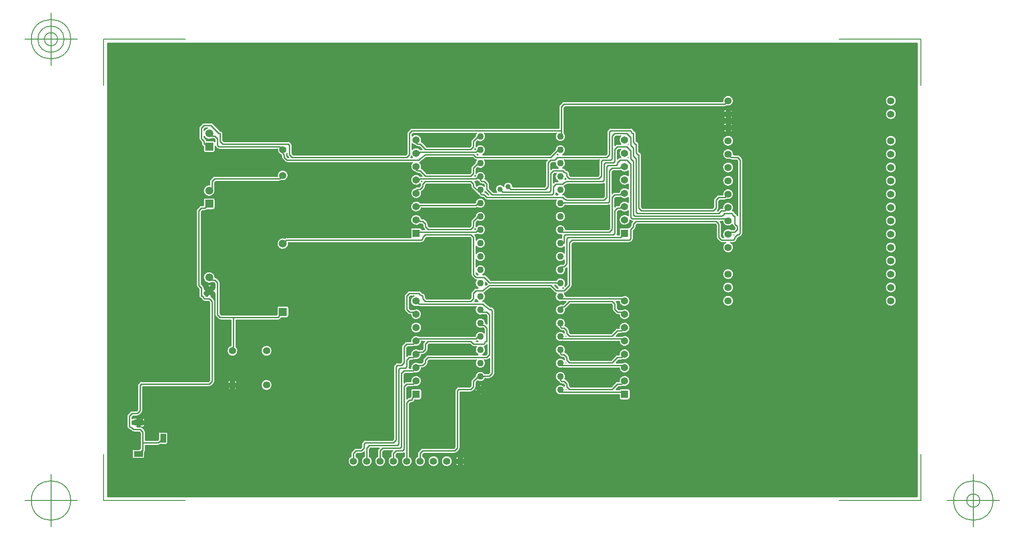
<source format=gbr>
G04 Generated by Ultiboard 13.0 *
%FSLAX24Y24*%
%MOIN*%

%ADD10C,0.0001*%
%ADD11C,0.0100*%
%ADD12C,0.0001*%
%ADD13C,0.0050*%
%ADD14C,0.0540*%
%ADD15R,0.0540X0.0540*%
%ADD16C,0.0500*%
%ADD17C,0.0534*%
%ADD18C,0.0591*%
%ADD19R,0.0591X0.0591*%
%ADD20C,0.0394*%


G04 ColorRGB 00FF00 for the following layer *
%LNCopper Top*%
%LPD*%
G54D10*
G36*
X60649Y33349D02*
X60649Y33349D01*
X60649Y-649D01*
X-49Y-649D01*
X-49Y33349D01*
X60649Y33349D01*
D02*
G37*
%LPC*%
G36*
X46893Y23163D02*
G75*
D01*
G03X46893Y23163I-395J-131*
G01*
D02*
G37*
G36*
X46893Y24163D02*
G75*
D01*
G03X46893Y24163I-395J-131*
G01*
D02*
G37*
G36*
X28104Y25001D02*
G75*
D01*
G03X27601Y25600I-191J350*
G01*
X27601Y25600D01*
X27601Y25917D01*
X27701Y26017D01*
G75*
D01*
G03X28232Y26599I219J334*
G01*
X28232Y26599D01*
X33600Y26599D01*
G75*
D01*
G03X34201Y26634I316J-244*
G01*
X34201Y26634D01*
X34201Y28517D01*
X34283Y28599D01*
X46266Y28599D01*
G75*
D01*
G03X46334Y28611I0J201*
G01*
G74*
D01*
G03X46377Y28633I69J188*
G01*
G75*
D01*
G03X46082Y29001I120J398*
G01*
X46082Y29001D01*
X34200Y29001D01*
G75*
D01*
G03X34171Y28999I-1J-201*
G01*
G74*
D01*
G03X34058Y28942I29J199*
G01*
X34058Y28942D01*
X33858Y28742D01*
G75*
D01*
G03X33799Y28600I141J-142*
G01*
X33799Y28600D01*
X33799Y27001D01*
X22800Y27001D01*
G75*
D01*
G03X22771Y26999I-1J-201*
G01*
G74*
D01*
G03X22658Y26942I29J199*
G01*
X22658Y26942D01*
X22458Y26742D01*
G75*
D01*
G03X22399Y26600I141J-142*
G01*
X22399Y26600D01*
X22399Y25083D01*
X22317Y25001D01*
X13883Y25001D01*
X13801Y25083D01*
X13801Y25700D01*
G74*
D01*
G03X13742Y25842I201J0*
G01*
X13742Y25842D01*
X13642Y25942D01*
G74*
D01*
G03X13572Y25988I142J140*
G01*
G75*
D01*
G03X13500Y26001I-71J-188*
G01*
X13500Y26001D01*
X8683Y26001D01*
X8601Y26083D01*
X8601Y26600D01*
G74*
D01*
G03X8400Y26801I201J0*
G01*
X8400Y26801D01*
X8383Y26801D01*
X7942Y27242D01*
X7942Y27242D01*
X7942Y27242D01*
X7842Y27342D01*
G74*
D01*
G03X7772Y27388I142J140*
G01*
G75*
D01*
G03X7700Y27401I-71J-188*
G01*
X7700Y27401D01*
X7200Y27401D01*
G75*
D01*
G03X7171Y27399I-1J-201*
G01*
G74*
D01*
G03X7058Y27342I29J199*
G01*
X7058Y27342D01*
X6858Y27142D01*
G75*
D01*
G03X6799Y27000I141J-142*
G01*
X6799Y27000D01*
X6799Y26200D01*
G75*
D01*
G03X6858Y26058I201J0*
G01*
X6858Y26058D01*
X6999Y25917D01*
X6999Y25800D01*
G75*
D01*
G03X7132Y25611I201J0*
G01*
X7132Y25611D01*
X7132Y25305D01*
G75*
D01*
G03X7282Y25154I150J-1*
G01*
X7282Y25154D01*
X7873Y25154D01*
G75*
D01*
G03X8024Y25305I0J151*
G01*
X8024Y25305D01*
X8024Y25603D01*
G74*
D01*
G03X8058Y25558I175J97*
G01*
X8058Y25558D01*
X8158Y25458D01*
G74*
D01*
G03X8284Y25400I141J141*
G01*
G75*
D01*
G03X8300Y25399I20J199*
G01*
X8300Y25399D01*
X12682Y25399D01*
G75*
D01*
G03X12944Y24973I414J-39*
G01*
G74*
D01*
G03X12955Y24961I153J129*
G01*
X12955Y24961D01*
X12999Y24917D01*
X12999Y24800D01*
G75*
D01*
G03X13058Y24658I201J0*
G01*
X13058Y24658D01*
X13258Y24458D01*
G74*
D01*
G03X13371Y24401I142J141*
G01*
G75*
D01*
G03X13400Y24399I28J199*
G01*
X13400Y24399D01*
X22805Y24399D01*
G75*
D01*
G03X23030Y23686I295J-299*
G01*
X23030Y23686D01*
X23058Y23658D01*
G74*
D01*
G03X23184Y23600I141J141*
G01*
G75*
D01*
G03X23200Y23599I20J199*
G01*
X23200Y23599D01*
X23317Y23599D01*
X23515Y23401D01*
X23400Y23401D01*
G75*
D01*
G03X23393Y23401I-3J-201*
G01*
G75*
D01*
G03X23399Y22805I-293J-301*
G01*
X23399Y22800D01*
X23399Y22800D01*
X23399Y22683D01*
X23317Y22601D01*
X23200Y22601D01*
G75*
D01*
G03X23184Y22600I5J-201*
G01*
G74*
D01*
G03X23058Y22542I15J199*
G01*
X23058Y22542D01*
X23030Y22514D01*
G75*
D01*
G03X23501Y22226I71J-413*
G01*
G74*
D01*
G03X23542Y22258I102J173*
G01*
X23542Y22258D01*
X23742Y22458D01*
G75*
D01*
G03X23801Y22600I-141J142*
G01*
X23801Y22600D01*
X23801Y22717D01*
X23883Y22799D01*
X27117Y22799D01*
X27199Y22717D01*
X27199Y22600D01*
G75*
D01*
G03X27258Y22458I201J0*
G01*
X27258Y22458D01*
X27504Y22212D01*
G74*
D01*
G03X27559Y22173I142J141*
G01*
G74*
D01*
G03X27735Y21997I357J181*
G01*
G74*
D01*
G03X27774Y21942I180J87*
G01*
X27774Y21942D01*
X27858Y21858D01*
G74*
D01*
G03X27934Y21810I142J141*
G01*
G75*
D01*
G03X28000Y21799I66J190*
G01*
X28000Y21799D01*
X28117Y21799D01*
X28258Y21658D01*
G74*
D01*
G03X28371Y21601I142J141*
G01*
G75*
D01*
G03X28400Y21599I28J199*
G01*
X28400Y21599D01*
X33600Y21599D01*
G75*
D01*
G03X34285Y21199I321J-238*
G01*
X34285Y21199D01*
X37500Y21199D01*
G75*
D01*
G03X37572Y21212I1J201*
G01*
G74*
D01*
G03X37599Y21225I73J187*
G01*
X37599Y21225D01*
X37599Y19483D01*
X37517Y19401D01*
X34313Y19401D01*
G75*
D01*
G03X34010Y18965I-396J-48*
G01*
G75*
D01*
G03X33999Y18899I189J-65*
G01*
X33999Y18899D01*
X33999Y18745D01*
G75*
D01*
G03X34199Y18071I-81J-391*
G01*
X34199Y18071D01*
X34199Y17636D01*
G75*
D01*
G03X34199Y17071I-282J-282*
G01*
X34199Y17071D01*
X34199Y16883D01*
X34117Y16801D01*
X34000Y16801D01*
G75*
D01*
G03X33934Y16790I0J-201*
G01*
G74*
D01*
G03X33867Y16751I66J190*
G01*
G75*
D01*
G03X34308Y16431I48J-397*
G01*
G74*
D01*
G03X34342Y16458I107J169*
G01*
X34342Y16458D01*
X34399Y16515D01*
X34399Y15283D01*
X34251Y15135D01*
G75*
D01*
G03X33601Y15601I-330J225*
G01*
X33600Y15601D01*
X33600Y15601D01*
X28683Y15601D01*
X28342Y15942D01*
G74*
D01*
G03X28252Y15994I142J141*
G01*
G75*
D01*
G03X28200Y16001I-52J-193*
G01*
X28200Y16001D01*
X28104Y16001D01*
G75*
D01*
G03X27601Y16600I-191J350*
G01*
X27601Y16600D01*
X27601Y17107D01*
G75*
D01*
G03X27601Y17600I315J247*
G01*
X27601Y17600D01*
X27601Y18107D01*
G75*
D01*
G03X27601Y18600I315J247*
G01*
X27601Y18600D01*
X27601Y18800D01*
G74*
D01*
G03X27542Y18942I201J0*
G01*
X27542Y18942D01*
X27485Y18999D01*
X27600Y18999D01*
G75*
D01*
G03X27612Y18999I6J201*
G01*
G74*
D01*
G03X27693Y19022I13J201*
G01*
G75*
D01*
G03X27601Y19600I222J332*
G01*
X27601Y19600D01*
X27601Y19917D01*
X27701Y20017D01*
G75*
D01*
G03X27519Y20403I214J337*
G01*
X27519Y20403D01*
X27258Y20142D01*
G75*
D01*
G03X27199Y19999I141J-142*
G01*
X27199Y19999D01*
X27199Y19683D01*
X27117Y19601D01*
X24083Y19601D01*
X24001Y19683D01*
X24001Y19800D01*
G74*
D01*
G03X23942Y19942I201J0*
G01*
X23942Y19942D01*
X23742Y20142D01*
G74*
D01*
G03X23666Y20190I142J141*
G01*
G75*
D01*
G03X23600Y20201I-66J-190*
G01*
X23600Y20201D01*
X23508Y20201D01*
G75*
D01*
G03X23393Y19799I-408J-101*
G01*
G75*
D01*
G03X23400Y19799I4J201*
G01*
X23400Y19799D01*
X23517Y19799D01*
X23599Y19717D01*
X23599Y19600D01*
G75*
D01*
G03X23658Y19458I201J0*
G01*
X23658Y19458D01*
X23715Y19401D01*
X23518Y19401D01*
G74*
D01*
G03X23370Y19521I148J31*
G01*
X23370Y19521D01*
X22830Y19521D01*
G75*
D01*
G03X22679Y19370I0J-151*
G01*
X22679Y19370D01*
X22679Y18830D01*
G75*
D01*
G03X22682Y18801I151J1*
G01*
X22682Y18801D01*
X13385Y18801D01*
G75*
D01*
G03X13337Y18795I1J-201*
G01*
G74*
D01*
G03X13243Y18742I48J194*
G01*
X13243Y18742D01*
X13242Y18741D01*
G75*
D01*
G03X13541Y18399I-139J-423*
G01*
X13541Y18399D01*
X23500Y18399D01*
G75*
D01*
G03X23572Y18412I1J201*
G01*
G74*
D01*
G03X23642Y18458I73J187*
G01*
X23642Y18458D01*
X23742Y18558D01*
G75*
D01*
G03X23801Y18700I-141J142*
G01*
X23801Y18700D01*
X23801Y18717D01*
X23883Y18799D01*
X27117Y18799D01*
X27199Y18717D01*
X27199Y16000D01*
G75*
D01*
G03X27258Y15858I201J0*
G01*
X27258Y15858D01*
X27458Y15658D01*
G74*
D01*
G03X27571Y15601I142J141*
G01*
G74*
D01*
G03X27600Y15599I28J199*
G01*
G75*
D01*
G03X27727Y15001I314J-246*
G01*
X27727Y15001D01*
X27600Y15001D01*
G75*
D01*
G03X27571Y14999I-1J-201*
G01*
G74*
D01*
G03X27458Y14942I29J199*
G01*
X27458Y14942D01*
X27258Y14742D01*
G75*
D01*
G03X27199Y14600I141J-142*
G01*
X27199Y14600D01*
X27199Y14283D01*
X27117Y14201D01*
X23883Y14201D01*
X23801Y14283D01*
X23801Y14400D01*
G74*
D01*
G03X23690Y14580I201J0*
G01*
X23690Y14580D01*
X23519Y14665D01*
X23442Y14742D01*
G74*
D01*
G03X23372Y14788I142J140*
G01*
G75*
D01*
G03X23300Y14801I-71J-188*
G01*
X23300Y14801D01*
X22600Y14801D01*
G75*
D01*
G03X22571Y14799I-1J-201*
G01*
G74*
D01*
G03X22458Y14742I29J199*
G01*
X22458Y14742D01*
X22258Y14542D01*
G75*
D01*
G03X22199Y14400I141J-142*
G01*
X22199Y14400D01*
X22199Y13400D01*
G75*
D01*
G03X22258Y13258I201J0*
G01*
X22258Y13258D01*
X22458Y13058D01*
G75*
D01*
G03X22600Y12999I142J141*
G01*
X22600Y12999D01*
X22681Y12999D01*
G75*
D01*
G03X22919Y13401I418J24*
G01*
X22919Y13401D01*
X22683Y13401D01*
X22601Y13483D01*
X22601Y14317D01*
X22683Y14399D01*
X22915Y14399D01*
G75*
D01*
G03X23229Y13622I157J-389*
G01*
G74*
D01*
G03X23280Y13603I95J176*
G01*
G75*
D01*
G03X23322Y13599I40J197*
G01*
X23322Y13599D01*
X27600Y13599D01*
G75*
D01*
G03X28101Y12999I312J-249*
G01*
X28101Y12999D01*
X28317Y12999D01*
X28399Y12917D01*
X28399Y12285D01*
X28342Y12342D01*
G74*
D01*
G03X28316Y12364I142J141*
G01*
G75*
D01*
G03X28101Y11999I-400J-10*
G01*
X28101Y11999D01*
X28117Y11999D01*
X28199Y11917D01*
X28199Y11636D01*
G75*
D01*
G03X27519Y11403I-284J-280*
G01*
X27519Y11403D01*
X27517Y11401D01*
X23281Y11401D01*
G75*
D01*
G03X22681Y11001I-181J-379*
G01*
X22681Y11001D01*
X22400Y11001D01*
G75*
D01*
G03X22371Y10999I-1J-201*
G01*
G74*
D01*
G03X22258Y10942I29J199*
G01*
X22258Y10942D01*
X22058Y10742D01*
G75*
D01*
G03X21999Y10600I141J-142*
G01*
X21999Y10600D01*
X21999Y9483D01*
X21917Y9401D01*
X21700Y9401D01*
G75*
D01*
G03X21684Y9400I5J-201*
G01*
G74*
D01*
G03X21558Y9342I15J199*
G01*
X21558Y9342D01*
X21458Y9242D01*
G75*
D01*
G03X21399Y9099I141J-142*
G01*
X21399Y9099D01*
X21399Y3683D01*
X21317Y3601D01*
X19300Y3601D01*
G75*
D01*
G03X19284Y3600I5J-201*
G01*
G74*
D01*
G03X19158Y3542I15J199*
G01*
X19158Y3542D01*
X19058Y3442D01*
G75*
D01*
G03X18999Y3299I141J-142*
G01*
X18999Y3299D01*
X18999Y3083D01*
X18917Y3001D01*
X18600Y3001D01*
G75*
D01*
G03X18571Y2999I-1J-201*
G01*
G74*
D01*
G03X18458Y2942I29J199*
G01*
X18458Y2942D01*
X18258Y2742D01*
G75*
D01*
G03X18199Y2600I141J-142*
G01*
X18199Y2600D01*
X18199Y2365D01*
G75*
D01*
G03X18601Y2365I201J-364*
G01*
X18601Y2365D01*
X18601Y2517D01*
X18683Y2599D01*
X19000Y2599D01*
G75*
D01*
G03X19066Y2610I0J201*
G01*
G74*
D01*
G03X19142Y2658I67J190*
G01*
X19142Y2658D01*
X19199Y2715D01*
X19199Y2365D01*
G75*
D01*
G03X19601Y2365I201J-364*
G01*
X19601Y2365D01*
X19601Y2917D01*
X19683Y2999D01*
X20315Y2999D01*
X20258Y2942D01*
G75*
D01*
G03X20199Y2800I141J-142*
G01*
X20199Y2800D01*
X20199Y2365D01*
G75*
D01*
G03X20601Y2365I201J-364*
G01*
X20601Y2365D01*
X20601Y2717D01*
X20683Y2799D01*
X21315Y2799D01*
X21258Y2742D01*
G75*
D01*
G03X21199Y2600I141J-142*
G01*
X21199Y2600D01*
X21199Y2365D01*
G75*
D01*
G03X21601Y2365I201J-364*
G01*
X21601Y2365D01*
X21601Y2517D01*
X21683Y2599D01*
X22100Y2599D01*
G75*
D01*
G03X22172Y2612I1J201*
G01*
G74*
D01*
G03X22199Y2625I73J187*
G01*
X22199Y2625D01*
X22199Y2365D01*
G75*
D01*
G03X22601Y2365I201J-364*
G01*
X22601Y2365D01*
X22601Y6317D01*
X22683Y6399D01*
X22800Y6399D01*
G75*
D01*
G03X23001Y6600I0J201*
G01*
X23001Y6600D01*
X23001Y6601D01*
X23370Y6601D01*
G75*
D01*
G03X23521Y6752I0J151*
G01*
X23521Y6752D01*
X23521Y7292D01*
G74*
D01*
G03X23370Y7443I151J0*
G01*
X23370Y7443D01*
X22830Y7443D01*
G75*
D01*
G03X22679Y7292I0J-151*
G01*
X22679Y7292D01*
X22679Y6885D01*
X22658Y6864D01*
G74*
D01*
G03X22615Y6801I141J142*
G01*
X22615Y6801D01*
X22600Y6801D01*
G75*
D01*
G03X22571Y6799I-1J-201*
G01*
G74*
D01*
G03X22458Y6742I29J199*
G01*
X22458Y6742D01*
X22401Y6685D01*
X22401Y7517D01*
X22483Y7599D01*
X22878Y7599D01*
G75*
D01*
G03X22937Y7608I0J201*
G01*
G74*
D01*
G03X22971Y7622I59J191*
G01*
G75*
D01*
G03X22681Y8001I129J400*
G01*
X22681Y8001D01*
X22400Y8001D01*
G75*
D01*
G03X22371Y7999I-1J-201*
G01*
G74*
D01*
G03X22258Y7942I29J199*
G01*
X22258Y7942D01*
X22201Y7885D01*
X22201Y8517D01*
X22283Y8599D01*
X22878Y8599D01*
G75*
D01*
G03X22937Y8608I0J201*
G01*
G74*
D01*
G03X22971Y8622I59J191*
G01*
G75*
D01*
G03X23519Y8999I129J400*
G01*
X23519Y8999D01*
X23600Y8999D01*
G75*
D01*
G03X23666Y9010I0J201*
G01*
G74*
D01*
G03X23742Y9058I67J190*
G01*
X23742Y9058D01*
X23942Y9258D01*
G75*
D01*
G03X24001Y9400I-141J142*
G01*
X24001Y9400D01*
X24001Y9517D01*
X24083Y9599D01*
X27600Y9599D01*
G75*
D01*
G03X28232Y9599I316J-244*
G01*
X28232Y9599D01*
X28400Y9599D01*
G75*
D01*
G03X28466Y9610I0J201*
G01*
G74*
D01*
G03X28542Y9658I67J190*
G01*
X28542Y9658D01*
X28599Y9715D01*
X28599Y8683D01*
X28517Y8601D01*
X28230Y8601D01*
G75*
D01*
G03X27519Y8403I-315J-245*
G01*
X27519Y8403D01*
X27258Y8142D01*
G75*
D01*
G03X27199Y7999I141J-142*
G01*
X27199Y7999D01*
X27199Y7683D01*
X27117Y7601D01*
X26300Y7601D01*
G75*
D01*
G03X26284Y7600I5J-201*
G01*
G74*
D01*
G03X26158Y7542I15J199*
G01*
X26158Y7542D01*
X26058Y7442D01*
G75*
D01*
G03X25999Y7299I141J-142*
G01*
X25999Y7299D01*
X25999Y3083D01*
X25917Y3001D01*
X23600Y3001D01*
G75*
D01*
G03X23571Y2999I-1J-201*
G01*
G74*
D01*
G03X23458Y2942I29J199*
G01*
X23458Y2942D01*
X23258Y2742D01*
G75*
D01*
G03X23199Y2600I141J-142*
G01*
X23199Y2600D01*
X23199Y2365D01*
G75*
D01*
G03X23601Y2365I201J-364*
G01*
X23601Y2365D01*
X23601Y2517D01*
X23683Y2599D01*
X26000Y2599D01*
G75*
D01*
G03X26066Y2610I0J201*
G01*
G74*
D01*
G03X26142Y2658I67J190*
G01*
X26142Y2658D01*
X26342Y2858D01*
G75*
D01*
G03X26401Y3000I-141J142*
G01*
X26401Y3000D01*
X26401Y7199D01*
X27200Y7199D01*
G75*
D01*
G03X27266Y7210I0J201*
G01*
G74*
D01*
G03X27342Y7258I67J190*
G01*
X27342Y7258D01*
X27526Y7441D01*
G75*
D01*
G03X27551Y7190I389J-88*
G01*
X27551Y7190D01*
X27715Y7354D01*
X27572Y7497D01*
G75*
D01*
G03X27601Y7600I-171J104*
G01*
X27601Y7600D01*
X27601Y7917D01*
X27701Y8017D01*
G75*
D01*
G03X28285Y8199I216J336*
G01*
X28285Y8199D01*
X28600Y8199D01*
G74*
D01*
G03X28742Y8258I0J201*
G01*
X28742Y8258D01*
X28942Y8458D01*
G75*
D01*
G03X29001Y8600I-141J142*
G01*
X29001Y8600D01*
X29001Y13300D01*
G74*
D01*
G03X28942Y13442I201J0*
G01*
X28942Y13442D01*
X28842Y13542D01*
G74*
D01*
G03X28772Y13588I142J140*
G01*
G75*
D01*
G03X28700Y13601I-71J-188*
G01*
X28700Y13601D01*
X28667Y13601D01*
X28332Y13852D01*
X28242Y13942D01*
G74*
D01*
G03X28172Y13988I142J140*
G01*
G74*
D01*
G03X28104Y14001I71J188*
G01*
G75*
D01*
G03X28206Y14629I-187J353*
G01*
G74*
D01*
G03X28242Y14658I107J170*
G01*
X28242Y14658D01*
X28332Y14748D01*
X28667Y14999D01*
X33117Y14999D01*
X33458Y14658D01*
G74*
D01*
G03X33550Y14605I142J141*
G01*
G74*
D01*
G03X33600Y14599I49J195*
G01*
G75*
D01*
G03X34101Y13999I312J-249*
G01*
X34101Y13999D01*
X34315Y13999D01*
X34117Y13801D01*
X34000Y13801D01*
G75*
D01*
G03X33934Y13790I0J-201*
G01*
G74*
D01*
G03X33867Y13751I66J190*
G01*
G75*
D01*
G03X34308Y13431I48J-397*
G01*
G74*
D01*
G03X34342Y13458I107J169*
G01*
X34342Y13458D01*
X34683Y13799D01*
X37717Y13799D01*
X37799Y13717D01*
X37799Y13400D01*
G75*
D01*
G03X37858Y13258I201J0*
G01*
X37858Y13258D01*
X38058Y13058D01*
G74*
D01*
G03X38171Y13001I142J141*
G01*
G75*
D01*
G03X38200Y12999I28J199*
G01*
X38200Y12999D01*
X38312Y12999D01*
G75*
D01*
G03X38551Y13401I419J23*
G01*
X38551Y13401D01*
X38283Y13401D01*
X38201Y13483D01*
X38201Y13800D01*
G74*
D01*
G03X38142Y13942I201J0*
G01*
X38142Y13942D01*
X38085Y13999D01*
X38312Y13999D01*
G75*
D01*
G03X38551Y14401I419J23*
G01*
X38551Y14401D01*
X34313Y14401D01*
G74*
D01*
G03X34230Y14601I396J47*
G01*
G74*
D01*
G03X34252Y14606I33J198*
G01*
G74*
D01*
G03X34342Y14658I52J193*
G01*
X34342Y14658D01*
X34742Y15058D01*
G75*
D01*
G03X34801Y15200I-141J142*
G01*
X34801Y15200D01*
X34801Y18317D01*
X34883Y18399D01*
X39100Y18399D01*
G75*
D01*
G03X39172Y18412I1J201*
G01*
G74*
D01*
G03X39242Y18458I73J187*
G01*
X39242Y18458D01*
X39342Y18558D01*
G75*
D01*
G03X39401Y18700I-141J142*
G01*
X39401Y18700D01*
X39401Y19317D01*
X39542Y19458D01*
G75*
D01*
G03X39601Y19600I-141J142*
G01*
X39601Y19600D01*
X39601Y19717D01*
X39683Y19799D01*
X45517Y19799D01*
X45599Y19717D01*
X45599Y18800D01*
G75*
D01*
G03X45658Y18658I201J0*
G01*
X45658Y18658D01*
X45858Y18458D01*
G74*
D01*
G03X45971Y18401I142J141*
G01*
G75*
D01*
G03X46000Y18399I28J199*
G01*
X46000Y18399D01*
X46301Y18399D01*
G75*
D01*
G03X46694Y18399I197J-367*
G01*
X46694Y18399D01*
X46900Y18399D01*
G75*
D01*
G03X46972Y18412I1J201*
G01*
G74*
D01*
G03X47042Y18458I73J187*
G01*
X47042Y18458D01*
X47142Y18558D01*
G75*
D01*
G03X47201Y18700I-141J142*
G01*
X47201Y18700D01*
X47201Y18717D01*
X47283Y18799D01*
X47300Y18799D01*
G75*
D01*
G03X47372Y18812I1J201*
G01*
G74*
D01*
G03X47442Y18858I73J187*
G01*
X47442Y18858D01*
X47542Y18958D01*
G75*
D01*
G03X47601Y19100I-141J142*
G01*
X47601Y19100D01*
X47601Y24600D01*
G74*
D01*
G03X47542Y24742I201J0*
G01*
X47542Y24742D01*
X47342Y24942D01*
G74*
D01*
G03X47200Y25001I142J141*
G01*
X47200Y25001D01*
X46913Y25001D01*
G75*
D01*
G03X46618Y24633I-415J30*
G01*
G75*
D01*
G03X46730Y24599I112J166*
G01*
X46730Y24599D01*
X47117Y24599D01*
X47199Y24517D01*
X47199Y20428D01*
G74*
D01*
G03X47025Y20599I198J28*
G01*
X47025Y20599D01*
X46980Y20690D01*
G74*
D01*
G03X46855Y20793I179J90*
G01*
G74*
D01*
G03X46842Y20797I65J189*
G01*
G75*
D01*
G03X46082Y21001I-345J232*
G01*
X46082Y21001D01*
X46000Y21001D01*
G75*
D01*
G03X45971Y20999I-1J-201*
G01*
G74*
D01*
G03X45858Y20942I29J199*
G01*
X45858Y20942D01*
X45717Y20801D01*
X45685Y20801D01*
X45742Y20858D01*
G75*
D01*
G03X45801Y21000I-141J142*
G01*
X45801Y21000D01*
X45801Y21517D01*
X45883Y21599D01*
X46266Y21599D01*
G75*
D01*
G03X46334Y21611I0J201*
G01*
G74*
D01*
G03X46377Y21633I69J188*
G01*
G75*
D01*
G03X46082Y22001I120J398*
G01*
X46082Y22001D01*
X45800Y22001D01*
G75*
D01*
G03X45771Y21999I-1J-201*
G01*
G74*
D01*
G03X45658Y21942I29J199*
G01*
X45658Y21942D01*
X45458Y21742D01*
G75*
D01*
G03X45399Y21600I141J-142*
G01*
X45399Y21600D01*
X45399Y21083D01*
X45317Y21001D01*
X40083Y21001D01*
X40001Y21083D01*
X40001Y25000D01*
G74*
D01*
G03X39825Y25199I201J0*
G01*
X39825Y25199D01*
X39801Y25247D01*
X39801Y25800D01*
G74*
D01*
G03X39625Y25999I201J0*
G01*
X39625Y25999D01*
X39601Y26047D01*
X39601Y26600D01*
G74*
D01*
G03X39425Y26799I201J0*
G01*
X39425Y26799D01*
X39380Y26890D01*
G74*
D01*
G03X39255Y26993I179J90*
G01*
G75*
D01*
G03X39200Y27001I-56J-192*
G01*
X39200Y27001D01*
X37700Y27001D01*
G75*
D01*
G03X37684Y27000I5J-201*
G01*
G74*
D01*
G03X37558Y26942I15J199*
G01*
X37558Y26942D01*
X37458Y26842D01*
G75*
D01*
G03X37399Y26699I141J-142*
G01*
X37399Y26699D01*
X37399Y25083D01*
X37317Y25001D01*
X34104Y25001D01*
G75*
D01*
G03X33519Y25403I-189J351*
G01*
X33519Y25403D01*
X33117Y25001D01*
X28104Y25001D01*
D02*
G37*
G36*
X58905Y27396D02*
G75*
D01*
G03X58905Y27396I-203J-364*
G01*
D02*
G37*
G36*
X46887Y27179D02*
G74*
D01*
G03X46645Y27421I388J146*
G01*
X46645Y27421D01*
X46645Y27179D01*
X46887Y27179D01*
D02*
G37*
G36*
X46108Y27179D02*
X46108Y27179D01*
X46350Y27179D01*
X46350Y27421D01*
G74*
D01*
G03X46108Y27179I147J389*
G01*
D02*
G37*
G36*
X46893Y26163D02*
G75*
D01*
G03X46893Y26163I-395J-131*
G01*
D02*
G37*
G36*
X58294Y17947D02*
G75*
D01*
G03X58294Y17947I408J85*
G01*
D02*
G37*
G36*
X46893Y15901D02*
G75*
D01*
G03X46893Y15901I-395J131*
G01*
D02*
G37*
G36*
X46893Y14901D02*
G75*
D01*
G03X46893Y14901I-395J131*
G01*
D02*
G37*
G36*
X46893Y13901D02*
G75*
D01*
G03X46893Y13901I-395J131*
G01*
D02*
G37*
G36*
X46893Y16901D02*
G75*
D01*
G03X46893Y16901I-395J131*
G01*
D02*
G37*
G36*
X34101Y8999D02*
X34101Y8999D01*
X38312Y8999D01*
G75*
D01*
G03X38551Y9401I419J23*
G01*
X38551Y9401D01*
X38085Y9401D01*
X38283Y9599D01*
X38510Y9599D01*
G75*
D01*
G03X38568Y9608I-1J201*
G01*
G74*
D01*
G03X38603Y9622I56J192*
G01*
G75*
D01*
G03X38312Y10001I128J400*
G01*
X38312Y10001D01*
X38200Y10001D01*
G75*
D01*
G03X38150Y9995I-1J-201*
G01*
G74*
D01*
G03X38058Y9942I51J194*
G01*
X38058Y9942D01*
X37717Y9601D01*
X34683Y9601D01*
X34601Y9683D01*
X34601Y9800D01*
G74*
D01*
G03X34542Y9942I201J0*
G01*
X34542Y9942D01*
X34342Y10142D01*
G74*
D01*
G03X34279Y10185I142J141*
G01*
G75*
D01*
G03X33735Y9997I-363J169*
G01*
G74*
D01*
G03X33774Y9942I180J87*
G01*
X33774Y9942D01*
X33858Y9858D01*
G74*
D01*
G03X33934Y9810I142J141*
G01*
G75*
D01*
G03X34000Y9799I66J190*
G01*
X34000Y9799D01*
X34117Y9799D01*
X34199Y9717D01*
X34199Y9636D01*
G75*
D01*
G03X34101Y8999I-282J-283*
G01*
D02*
G37*
G36*
X34101Y10999D02*
X34101Y10999D01*
X38312Y10999D01*
G75*
D01*
G03X38551Y11401I419J23*
G01*
X38551Y11401D01*
X38085Y11401D01*
X38283Y11599D01*
X38510Y11599D01*
G75*
D01*
G03X38568Y11608I-1J201*
G01*
G74*
D01*
G03X38603Y11622I56J192*
G01*
G75*
D01*
G03X38312Y12001I128J400*
G01*
X38312Y12001D01*
X38200Y12001D01*
G75*
D01*
G03X38150Y11995I-1J-201*
G01*
G74*
D01*
G03X38058Y11942I51J194*
G01*
X38058Y11942D01*
X37717Y11601D01*
X34683Y11601D01*
X34601Y11683D01*
X34601Y11800D01*
G74*
D01*
G03X34542Y11942I201J0*
G01*
X34542Y11942D01*
X34342Y12142D01*
G74*
D01*
G03X34279Y12185I142J141*
G01*
G75*
D01*
G03X33735Y11997I-363J169*
G01*
G74*
D01*
G03X33774Y11942I180J87*
G01*
X33774Y11942D01*
X33858Y11858D01*
G74*
D01*
G03X33934Y11810I142J141*
G01*
G75*
D01*
G03X34000Y11799I66J190*
G01*
X34000Y11799D01*
X34117Y11799D01*
X34199Y11717D01*
X34199Y11636D01*
G75*
D01*
G03X34101Y10999I-282J-283*
G01*
D02*
G37*
G36*
X34101Y6999D02*
X34101Y6999D01*
X38311Y6999D01*
X38311Y6752D01*
G75*
D01*
G03X38462Y6601I151J0*
G01*
X38462Y6601D01*
X39002Y6601D01*
G75*
D01*
G03X39152Y6752I-1J151*
G01*
X39152Y6752D01*
X39152Y7292D01*
G74*
D01*
G03X39002Y7443I150J1*
G01*
X39002Y7443D01*
X38462Y7443D01*
G75*
D01*
G03X38358Y7401I0J-151*
G01*
X38358Y7401D01*
X38085Y7401D01*
X38283Y7599D01*
X38510Y7599D01*
G75*
D01*
G03X38568Y7608I-1J201*
G01*
G74*
D01*
G03X38603Y7622I56J192*
G01*
G75*
D01*
G03X38312Y8001I128J400*
G01*
X38312Y8001D01*
X38200Y8001D01*
G75*
D01*
G03X38150Y7995I-1J-201*
G01*
G74*
D01*
G03X38058Y7942I51J194*
G01*
X38058Y7942D01*
X37717Y7601D01*
X34683Y7601D01*
X34601Y7683D01*
X34601Y7800D01*
G74*
D01*
G03X34542Y7942I201J0*
G01*
X34542Y7942D01*
X34342Y8142D01*
G74*
D01*
G03X34279Y8185I142J141*
G01*
G75*
D01*
G03X33735Y7997I-363J169*
G01*
G74*
D01*
G03X33774Y7942I180J87*
G01*
X33774Y7942D01*
X33858Y7858D01*
G74*
D01*
G03X33934Y7810I142J141*
G01*
G75*
D01*
G03X34000Y7799I66J190*
G01*
X34000Y7799D01*
X34117Y7799D01*
X34199Y7717D01*
X34199Y7636D01*
G75*
D01*
G03X34101Y6999I-282J-283*
G01*
D02*
G37*
G36*
X27519Y21403D02*
X27519Y21403D01*
X27517Y21401D01*
X23400Y21401D01*
G75*
D01*
G03X23393Y21401I-3J-201*
G01*
G75*
D01*
G03X23508Y20999I-293J-301*
G01*
X23508Y20999D01*
X27600Y20999D01*
G75*
D01*
G03X27612Y20999I6J201*
G01*
G74*
D01*
G03X27693Y21022I13J201*
G01*
G75*
D01*
G03X27519Y21403I222J332*
G01*
D02*
G37*
G36*
X8000Y23401D02*
G75*
D01*
G03X7971Y23399I-1J-201*
G01*
G74*
D01*
G03X7858Y23342I29J199*
G01*
X7858Y23342D01*
X7658Y23142D01*
G75*
D01*
G03X7599Y23000I141J-142*
G01*
X7599Y23000D01*
X7599Y22737D01*
G75*
D01*
G03X7992Y22455I-21J-444*
G01*
G75*
D01*
G03X8001Y22515I-192J59*
G01*
X8001Y22515D01*
X8001Y22917D01*
X8083Y22999D01*
X12858Y22999D01*
G75*
D01*
G03X12868Y22999I5J201*
G01*
G74*
D01*
G03X12979Y23040I11J201*
G01*
G75*
D01*
G03X12682Y23401I117J399*
G01*
X12682Y23401D01*
X8000Y23401D01*
D02*
G37*
G36*
X8400Y12599D02*
X8400Y12599D01*
X9199Y12599D01*
X9199Y10683D01*
X9192Y10676D01*
G75*
D01*
G03X9601Y10588I129J-396*
G01*
G75*
D01*
G03X9601Y10600I-201J6*
G01*
X9601Y10600D01*
X9601Y12599D01*
X12800Y12599D01*
G74*
D01*
G03X12996Y12754I0J201*
G01*
X12996Y12754D01*
X13398Y12754D01*
G75*
D01*
G03X13549Y12905I0J151*
G01*
X13549Y12905D01*
X13549Y13495D01*
G74*
D01*
G03X13398Y13646I151J0*
G01*
X13398Y13646D01*
X12808Y13646D01*
G75*
D01*
G03X12657Y13495I0J-151*
G01*
X12657Y13495D01*
X12657Y13038D01*
G74*
D01*
G03X12628Y13001I142J141*
G01*
X12628Y13001D01*
X8483Y13001D01*
X8401Y13083D01*
X8401Y15400D01*
G74*
D01*
G03X8342Y15542I201J0*
G01*
X8342Y15542D01*
X8142Y15742D01*
G74*
D01*
G03X8066Y15790I142J141*
G01*
G74*
D01*
G03X8023Y15800I67J190*
G01*
G75*
D01*
G03X7801Y15399I-445J-16*
G01*
X7801Y15399D01*
X7917Y15399D01*
X7999Y15317D01*
X7999Y14998D01*
X7801Y14800D01*
X7999Y14602D01*
X7999Y14028D01*
G74*
D01*
G03X7942Y14142I198J28*
G01*
X7942Y14142D01*
X7742Y14342D01*
G74*
D01*
G03X7729Y14354I142J141*
G01*
X7729Y14354D01*
X7800Y14354D01*
X7578Y14576D01*
X7402Y14401D01*
X7324Y14401D01*
X7280Y14490D01*
G74*
D01*
G03X7201Y14574I180J90*
G01*
X7201Y14574D01*
X7201Y14647D01*
X7354Y14800D01*
X7201Y14953D01*
X7201Y15000D01*
G74*
D01*
G03X7142Y15142I201J0*
G01*
X7142Y15142D01*
X7001Y15283D01*
X7001Y20717D01*
X7083Y20799D01*
X7269Y20799D01*
G75*
D01*
G03X7361Y20821I1J201*
G01*
G74*
D01*
G03X7412Y20858I90J178*
G01*
X7412Y20858D01*
X7416Y20862D01*
X7873Y20862D01*
G75*
D01*
G03X8024Y21013I0J151*
G01*
X8024Y21013D01*
X8024Y21603D01*
G74*
D01*
G03X7873Y21754I151J0*
G01*
X7873Y21754D01*
X7282Y21754D01*
G75*
D01*
G03X7132Y21603I1J-151*
G01*
X7132Y21603D01*
X7132Y21201D01*
X7000Y21201D01*
G75*
D01*
G03X6971Y21199I-1J-201*
G01*
G74*
D01*
G03X6858Y21142I29J199*
G01*
X6858Y21142D01*
X6658Y20942D01*
G75*
D01*
G03X6599Y20800I141J-142*
G01*
X6599Y20800D01*
X6599Y15200D01*
G75*
D01*
G03X6658Y15058I201J0*
G01*
X6658Y15058D01*
X6799Y14917D01*
X6799Y14400D01*
G75*
D01*
G03X6975Y14201I201J0*
G01*
X6975Y14201D01*
X7020Y14110D01*
G75*
D01*
G03X7200Y13999I180J90*
G01*
X7200Y13999D01*
X7517Y13999D01*
X7599Y13917D01*
X7599Y8083D01*
X7517Y8001D01*
X2500Y8001D01*
G75*
D01*
G03X2484Y8000I5J-201*
G01*
G74*
D01*
G03X2358Y7942I15J199*
G01*
X2358Y7942D01*
X2258Y7842D01*
G75*
D01*
G03X2199Y7699I141J-142*
G01*
X2199Y7699D01*
X2199Y5883D01*
X2117Y5801D01*
X1800Y5801D01*
G75*
D01*
G03X1771Y5799I-1J-201*
G01*
G74*
D01*
G03X1658Y5742I29J199*
G01*
X1658Y5742D01*
X1458Y5542D01*
G75*
D01*
G03X1399Y5400I141J-142*
G01*
X1399Y5400D01*
X1399Y4600D01*
G75*
D01*
G03X1510Y4420I201J0*
G01*
X1510Y4420D01*
X1681Y4335D01*
X1758Y4258D01*
G75*
D01*
G03X1900Y4199I142J141*
G01*
X1900Y4199D01*
X2317Y4199D01*
X2399Y4117D01*
X2399Y2969D01*
G74*
D01*
G03X2366Y2942I110J168*
G01*
X2366Y2942D01*
X2326Y2903D01*
X1885Y2903D01*
G75*
D01*
G03X1798Y2816I0J-87*
G01*
X1798Y2816D01*
X1798Y2296D01*
G75*
D01*
G03X1885Y2209I87J0*
G01*
X1885Y2209D01*
X2642Y2209D01*
G75*
D01*
G03X2729Y2296I0J87*
G01*
X2729Y2296D01*
X2729Y2646D01*
G75*
D01*
G03X2801Y2800I-128J154*
G01*
X2801Y2800D01*
X2801Y3199D01*
X3800Y3199D01*
G74*
D01*
G03X3955Y3272I0J201*
G01*
X3955Y3272D01*
X4374Y3272D01*
G75*
D01*
G03X4461Y3359I0J87*
G01*
X4461Y3359D01*
X4461Y4115D01*
G74*
D01*
G03X4374Y4202I87J0*
G01*
X4374Y4202D01*
X3854Y4202D01*
G75*
D01*
G03X3767Y4115I0J-87*
G01*
X3767Y4115D01*
X3767Y3674D01*
X3694Y3601D01*
X2801Y3601D01*
X2801Y4200D01*
G74*
D01*
G03X2742Y4342I201J0*
G01*
X2742Y4342D01*
X2542Y4542D01*
G74*
D01*
G03X2505Y4571I141J142*
G01*
X2505Y4571D01*
X2642Y4571D01*
G75*
D01*
G03X2729Y4658I0J87*
G01*
X2729Y4658D01*
X2729Y4795D01*
X2481Y4795D01*
G75*
D01*
G03X2481Y5041I-98J123*
G01*
X2481Y5041D01*
X2729Y5041D01*
X2729Y5178D01*
G74*
D01*
G03X2642Y5265I87J0*
G01*
X2642Y5265D01*
X2387Y5265D01*
X2387Y5076D01*
X2382Y5076D01*
X2382Y5076D01*
X2145Y5076D01*
X2141Y5076D01*
X2141Y5076D01*
X2141Y5265D01*
X1885Y5265D01*
G75*
D01*
G03X1801Y5199I0J-87*
G01*
X1801Y5199D01*
X1801Y5317D01*
X1883Y5399D01*
X2200Y5399D01*
G75*
D01*
G03X2266Y5410I0J201*
G01*
G74*
D01*
G03X2342Y5458I67J190*
G01*
X2342Y5458D01*
X2542Y5658D01*
G75*
D01*
G03X2601Y5800I-141J142*
G01*
X2601Y5800D01*
X2601Y7599D01*
X7600Y7599D01*
G75*
D01*
G03X7666Y7610I0J201*
G01*
G74*
D01*
G03X7742Y7658I67J190*
G01*
X7742Y7658D01*
X7942Y7858D01*
G75*
D01*
G03X8001Y8000I-141J142*
G01*
X8001Y8000D01*
X8001Y12972D01*
G74*
D01*
G03X8058Y12858I198J28*
G01*
X8058Y12858D01*
X8258Y12658D01*
G74*
D01*
G03X8371Y12601I142J141*
G01*
G75*
D01*
G03X8400Y12599I28J199*
G01*
D02*
G37*
G36*
X9173Y8110D02*
G74*
D01*
G03X8931Y7868I147J389*
G01*
X8931Y7868D01*
X9173Y7868D01*
X9173Y8110D01*
D02*
G37*
G36*
X9173Y7331D02*
X9173Y7331D01*
X9173Y7573D01*
X8931Y7573D01*
G74*
D01*
G03X9173Y7331I388J146*
G01*
D02*
G37*
G36*
X27996Y7198D02*
G75*
D01*
G03X27996Y7198I-80J156*
G01*
D02*
G37*
G36*
X27752Y6989D02*
G75*
D01*
G03X28080Y6989I164J365*
G01*
X28080Y6989D01*
X27916Y7153D01*
X27752Y6989D01*
D02*
G37*
G36*
X27752Y7719D02*
X27752Y7719D01*
X27916Y7554D01*
X28080Y7719D01*
G75*
D01*
G03X27752Y7719I-164J-365*
G01*
D02*
G37*
G36*
X7800Y15246D02*
X7800Y15246D01*
X7355Y15246D01*
X7578Y15024D01*
X7800Y15246D01*
D02*
G37*
G36*
X7401Y14800D02*
G75*
D01*
G03X7401Y14800I177J0*
G01*
D02*
G37*
G36*
X46108Y28179D02*
X46108Y28179D01*
X46350Y28179D01*
X46350Y28421D01*
G74*
D01*
G03X46108Y28179I147J389*
G01*
D02*
G37*
G36*
X46301Y28032D02*
G75*
D01*
G03X46301Y28032I197J0*
G01*
D02*
G37*
G36*
X46350Y27642D02*
X46350Y27642D01*
X46350Y27884D01*
X46108Y27884D01*
G74*
D01*
G03X46350Y27642I390J148*
G01*
D02*
G37*
G36*
X46645Y28421D02*
X46645Y28421D01*
X46645Y28179D01*
X46887Y28179D01*
G74*
D01*
G03X46645Y28421I388J146*
G01*
D02*
G37*
G36*
X46887Y27884D02*
X46887Y27884D01*
X46645Y27884D01*
X46645Y27642D01*
G74*
D01*
G03X46887Y27884I147J389*
G01*
D02*
G37*
G36*
X58286Y28032D02*
G75*
D01*
G03X58286Y28032I416J0*
G01*
D02*
G37*
G36*
X58286Y29032D02*
G75*
D01*
G03X58286Y29032I416J0*
G01*
D02*
G37*
G36*
X33516Y20354D02*
G75*
D01*
G03X33516Y20354I400J0*
G01*
D02*
G37*
G36*
X58286Y19032D02*
G75*
D01*
G03X58286Y19032I416J0*
G01*
D02*
G37*
G36*
X58286Y20032D02*
G75*
D01*
G03X58286Y20032I416J0*
G01*
D02*
G37*
G36*
X58286Y21032D02*
G75*
D01*
G03X58286Y21032I416J0*
G01*
D02*
G37*
G36*
X58286Y22032D02*
G75*
D01*
G03X58286Y22032I416J0*
G01*
D02*
G37*
G36*
X58286Y23032D02*
G75*
D01*
G03X58286Y23032I416J0*
G01*
D02*
G37*
G36*
X58286Y24032D02*
G75*
D01*
G03X58286Y24032I416J0*
G01*
D02*
G37*
G36*
X58286Y25032D02*
G75*
D01*
G03X58286Y25032I416J0*
G01*
D02*
G37*
G36*
X58286Y26032D02*
G75*
D01*
G03X58286Y26032I416J0*
G01*
D02*
G37*
G36*
X58286Y14032D02*
G75*
D01*
G03X58286Y14032I416J0*
G01*
D02*
G37*
G36*
X58286Y15032D02*
G75*
D01*
G03X58286Y15032I416J0*
G01*
D02*
G37*
G36*
X58286Y16032D02*
G75*
D01*
G03X58286Y16032I416J0*
G01*
D02*
G37*
G36*
X58286Y17032D02*
G75*
D01*
G03X58286Y17032I416J0*
G01*
D02*
G37*
G36*
X46887Y26884D02*
X46887Y26884D01*
X46645Y26884D01*
X46645Y26642D01*
G74*
D01*
G03X46887Y26884I147J389*
G01*
D02*
G37*
G36*
X46350Y26642D02*
X46350Y26642D01*
X46350Y26884D01*
X46108Y26884D01*
G74*
D01*
G03X46350Y26642I390J148*
G01*
D02*
G37*
G36*
X46301Y27032D02*
G75*
D01*
G03X46301Y27032I197J0*
G01*
D02*
G37*
G36*
X28281Y7518D02*
X28281Y7518D01*
X28116Y7354D01*
X28281Y7190D01*
G75*
D01*
G03X28281Y7518I-365J164*
G01*
D02*
G37*
G36*
X26252Y1610D02*
X26252Y1610D01*
X26252Y1852D01*
X26010Y1852D01*
G74*
D01*
G03X26252Y1610I390J148*
G01*
D02*
G37*
G36*
X26010Y2148D02*
X26010Y2148D01*
X26252Y2148D01*
X26252Y2390D01*
G74*
D01*
G03X26010Y2148I148J390*
G01*
D02*
G37*
G36*
X26548Y2390D02*
X26548Y2390D01*
X26548Y2148D01*
X26790Y2148D01*
G74*
D01*
G03X26548Y2390I390J148*
G01*
D02*
G37*
G36*
X26790Y1852D02*
X26790Y1852D01*
X26548Y1852D01*
X26548Y1610D01*
G74*
D01*
G03X26790Y1852I148J390*
G01*
D02*
G37*
G36*
X26203Y2000D02*
G75*
D01*
G03X26203Y2000I197J0*
G01*
D02*
G37*
G36*
X24983Y2000D02*
G75*
D01*
G03X24983Y2000I417J0*
G01*
D02*
G37*
G36*
X23983Y2000D02*
G75*
D01*
G03X23983Y2000I417J0*
G01*
D02*
G37*
G36*
X11463Y7720D02*
G75*
D01*
G03X11463Y7720I417J0*
G01*
D02*
G37*
G36*
X9124Y7720D02*
G75*
D01*
G03X9124Y7720I196J0*
G01*
D02*
G37*
G36*
X9468Y8110D02*
X9468Y8110D01*
X9468Y7868D01*
X9710Y7868D01*
G74*
D01*
G03X9468Y8110I390J148*
G01*
D02*
G37*
G36*
X9710Y7573D02*
X9710Y7573D01*
X9468Y7573D01*
X9468Y7331D01*
G74*
D01*
G03X9710Y7573I147J389*
G01*
D02*
G37*
G36*
X22680Y12022D02*
G75*
D01*
G03X22680Y12022I420J0*
G01*
D02*
G37*
G36*
X11463Y10280D02*
G75*
D01*
G03X11463Y10280I417J0*
G01*
D02*
G37*
%LPD*%
G36*
X27701Y24017D02*
G75*
D01*
G03X28232Y24599I219J334*
G01*
X28232Y24599D01*
X32915Y24599D01*
X32858Y24542D01*
G75*
D01*
G03X32799Y24400I141J-142*
G01*
X32799Y24400D01*
X32799Y22683D01*
X32717Y22601D01*
X30347Y22601D01*
G75*
D01*
G03X29655Y22635I-347J-3*
G01*
G75*
D01*
G03X29116Y22201I-270J-217*
G01*
X29116Y22201D01*
X28883Y22201D01*
X28601Y22483D01*
X28601Y22800D01*
G74*
D01*
G03X28542Y22942I201J0*
G01*
X28542Y22942D01*
X28342Y23142D01*
G74*
D01*
G03X28279Y23185I142J141*
G01*
G75*
D01*
G03X27601Y23600I-362J169*
G01*
X27601Y23600D01*
X27601Y23917D01*
X27701Y24017D01*
D02*
G37*
G36*
X23599Y9600D02*
G75*
D01*
G02X23658Y9742I201J0*
G01*
X23658Y9742D01*
X23858Y9942D01*
G74*
D01*
G02X23971Y9999I142J141*
G01*
G75*
D01*
G02X24000Y10001I28J-199*
G01*
X24000Y10001D01*
X27727Y10001D01*
G75*
D01*
G02X27600Y10599I189J353*
G01*
X27600Y10599D01*
X27400Y10599D01*
G75*
D01*
G02X27371Y10601I-1J201*
G01*
G74*
D01*
G02X27258Y10658I29J199*
G01*
X27258Y10658D01*
X27117Y10799D01*
X24083Y10799D01*
X24001Y10717D01*
X24001Y10400D01*
G75*
D01*
G02X23942Y10258I-201J0*
G01*
X23942Y10258D01*
X23742Y10058D01*
G74*
D01*
G02X23666Y10010I142J141*
G01*
G75*
D01*
G02X23600Y9999I-66J190*
G01*
X23600Y9999D01*
X23519Y9999D01*
G75*
D01*
G02X22971Y9622I-418J21*
G01*
G74*
D01*
G02X22937Y9608I93J177*
G01*
G75*
D01*
G02X22878Y9599I-59J191*
G01*
X22878Y9599D01*
X22683Y9599D01*
X22601Y9517D01*
X22601Y9100D01*
G75*
D01*
G02X22575Y9001I-201J0*
G01*
X22575Y9001D01*
X22681Y9001D01*
G75*
D01*
G02X23281Y9401I418J22*
G01*
X23281Y9401D01*
X23517Y9401D01*
X23599Y9483D01*
X23599Y9600D01*
D02*
G37*
G36*
X23542Y23942D02*
X23542Y23942D01*
X23883Y23601D01*
X27117Y23601D01*
X27199Y23683D01*
X27199Y23999D01*
G75*
D01*
G02X27258Y24142I201J1*
G01*
X27258Y24142D01*
X27519Y24403D01*
G74*
D01*
G02X27600Y24599I397J49*
G01*
G74*
D01*
G02X27571Y24601I1J201*
G01*
G74*
D01*
G02X27458Y24658I29J199*
G01*
X27458Y24658D01*
X27317Y24799D01*
X23867Y24799D01*
X23532Y24548D01*
X23442Y24458D01*
G74*
D01*
G02X23378Y24415I141J141*
G01*
G75*
D01*
G02X23501Y23974I-278J-315*
G01*
G74*
D01*
G02X23542Y23942I102J173*
G01*
D02*
G37*
G36*
X27199Y25999D02*
G75*
D01*
G02X27258Y26142I201J1*
G01*
X27258Y26142D01*
X27519Y26403D01*
G74*
D01*
G02X27600Y26599I397J49*
G01*
X27600Y26599D01*
X22883Y26599D01*
X22801Y26517D01*
X22801Y26395D01*
G75*
D01*
G02X23501Y25974I300J-294*
G01*
G74*
D01*
G02X23542Y25942I102J173*
G01*
X23542Y25942D01*
X23883Y25601D01*
X27117Y25601D01*
X27199Y25683D01*
X27199Y25999D01*
D02*
G37*
G36*
X36799Y24499D02*
X36799Y24499D01*
X36799Y23483D01*
X36717Y23401D01*
X34683Y23401D01*
X34601Y23483D01*
X34601Y23600D01*
G74*
D01*
G03X34490Y23780I201J0*
G01*
X34490Y23780D01*
X34319Y23865D01*
X34242Y23942D01*
G74*
D01*
G03X34172Y23988I142J140*
G01*
G74*
D01*
G03X34104Y24001I71J188*
G01*
G75*
D01*
G03X34232Y24599I-187J353*
G01*
X34232Y24599D01*
X36825Y24599D01*
G75*
D01*
G03X36799Y24499I175J-99*
G01*
D02*
G37*
G36*
X34104Y22001D02*
G75*
D01*
G03X34206Y22629I-187J353*
G01*
G74*
D01*
G03X34242Y22658I107J170*
G01*
X34242Y22658D01*
X34319Y22735D01*
X34447Y22799D01*
X37100Y22799D01*
G75*
D01*
G03X37172Y22812I1J201*
G01*
G74*
D01*
G03X37199Y22825I73J187*
G01*
X37199Y22825D01*
X37199Y21883D01*
X37117Y21801D01*
X34447Y21801D01*
X34319Y21865D01*
X34242Y21942D01*
G74*
D01*
G03X34172Y21988I142J140*
G01*
G74*
D01*
G03X34104Y22001I71J188*
G01*
D02*
G37*
G36*
X38000Y22201D02*
G75*
D01*
G03X37971Y22199I-1J-201*
G01*
G74*
D01*
G03X37858Y22142I29J199*
G01*
X37858Y22142D01*
X37801Y22085D01*
X37801Y23717D01*
X37883Y23799D01*
X38400Y23799D01*
G75*
D01*
G03X38436Y23802I1J201*
G01*
G75*
D01*
G03X38999Y23776I296J298*
G01*
X38999Y23776D01*
X38999Y23424D01*
G75*
D01*
G03X38999Y22776I-266J-324*
G01*
X38999Y22776D01*
X38999Y22424D01*
G75*
D01*
G03X38327Y22211I-268J-322*
G01*
X38327Y22211D01*
X38317Y22201D01*
X38000Y22201D01*
D02*
G37*
G36*
X38175Y19001D02*
G75*
D01*
G03X38201Y19100I-175J99*
G01*
X38201Y19100D01*
X38201Y20717D01*
X38283Y20799D01*
X38400Y20799D01*
G75*
D01*
G03X38436Y20802I1J201*
G01*
G75*
D01*
G03X38999Y20776I296J298*
G01*
X38999Y20776D01*
X38999Y20424D01*
G75*
D01*
G03X39150Y20065I-266J-323*
G01*
X39150Y20065D01*
X39158Y20058D01*
G74*
D01*
G03X39284Y20000I141J141*
G01*
G75*
D01*
G03X39300Y19999I20J199*
G01*
X39300Y19999D01*
X39315Y19999D01*
X39258Y19942D01*
G75*
D01*
G03X39199Y19800I141J-142*
G01*
X39199Y19800D01*
X39199Y19683D01*
X39058Y19542D01*
G74*
D01*
G03X39036Y19517I139J144*
G01*
G74*
D01*
G03X39002Y19521I34J146*
G01*
X39002Y19521D01*
X38462Y19521D01*
G75*
D01*
G03X38311Y19370I0J-151*
G01*
X38311Y19370D01*
X38311Y19001D01*
X38175Y19001D01*
D02*
G37*
G36*
X22878Y10599D02*
X22878Y10599D01*
X22483Y10599D01*
X22401Y10517D01*
X22401Y9885D01*
X22458Y9942D01*
G74*
D01*
G02X22571Y9999I142J141*
G01*
G75*
D01*
G02X22600Y10001I28J-199*
G01*
X22600Y10001D01*
X22681Y10001D01*
G75*
D01*
G02X23281Y10401I418J22*
G01*
X23281Y10401D01*
X23517Y10401D01*
X23599Y10483D01*
X23599Y10800D01*
G75*
D01*
G02X23658Y10942I201J0*
G01*
X23658Y10942D01*
X23715Y10999D01*
X23519Y10999D01*
G75*
D01*
G02X22971Y10622I-418J21*
G01*
G74*
D01*
G02X22937Y10608I93J177*
G01*
G75*
D01*
G02X22878Y10599I-59J191*
G01*
D02*
G37*
G36*
X46858Y19658D02*
X46858Y19658D01*
X46999Y19517D01*
X46999Y19483D01*
X46917Y19401D01*
X46691Y19401D01*
G75*
D01*
G03X46150Y18801I-197J-367*
G01*
X46150Y18801D01*
X46083Y18801D01*
X46001Y18883D01*
X46001Y19800D01*
G74*
D01*
G03X45942Y19942I201J0*
G01*
X45942Y19942D01*
X45885Y19999D01*
X46082Y19999D01*
G75*
D01*
G03X46805Y19750I416J33*
G01*
G74*
D01*
G03X46858Y19658I194J51*
G01*
D02*
G37*
G36*
X38327Y21211D02*
X38327Y21211D01*
X38317Y21201D01*
X38200Y21201D01*
G75*
D01*
G03X38171Y21199I-1J-201*
G01*
G74*
D01*
G03X38058Y21142I29J199*
G01*
X38058Y21142D01*
X38001Y21085D01*
X38001Y21717D01*
X38083Y21799D01*
X38400Y21799D01*
G75*
D01*
G03X38436Y21802I1J201*
G01*
G75*
D01*
G03X38999Y21776I296J298*
G01*
X38999Y21776D01*
X38999Y21424D01*
G75*
D01*
G03X38327Y21211I-268J-322*
G01*
D02*
G37*
G36*
X38058Y25742D02*
X38058Y25742D01*
X38001Y25685D01*
X38001Y26317D01*
X38083Y26399D01*
X38437Y26399D01*
G75*
D01*
G03X38437Y25801I295J-299*
G01*
X38437Y25801D01*
X38200Y25801D01*
G75*
D01*
G03X38171Y25799I-1J-201*
G01*
G74*
D01*
G03X38058Y25742I29J199*
G01*
D02*
G37*
G36*
X7999Y25978D02*
G74*
D01*
G03X7873Y26046I126J82*
G01*
X7873Y26046D01*
X7396Y26046D01*
G74*
D01*
G03X7342Y26142I195J47*
G01*
X7342Y26142D01*
X7201Y26283D01*
X7201Y26347D01*
G75*
D01*
G03X7801Y26199I377J237*
G01*
X7801Y26199D01*
X7917Y26199D01*
X7999Y26117D01*
X7999Y25978D01*
D02*
G37*
G36*
X23184Y25600D02*
G74*
D01*
G02X23058Y25658I15J199*
G01*
X23058Y25658D01*
X23030Y25686D01*
G74*
D01*
G02X22801Y25805I69J413*
G01*
X22801Y25805D01*
X22801Y25395D01*
G75*
D01*
G02X23393Y25401I299J-295*
G01*
G75*
D01*
G02X23400Y25401I4J-201*
G01*
X23400Y25401D01*
X23515Y25401D01*
X23317Y25599D01*
X23200Y25599D01*
G75*
D01*
G02X23184Y25600I5J201*
G01*
D02*
G37*
G36*
X28199Y22636D02*
G75*
D01*
G03X27640Y22644I-284J-281*
G01*
X27640Y22644D01*
X27601Y22683D01*
X27601Y22800D01*
G74*
D01*
G03X27542Y22942I201J0*
G01*
X27542Y22942D01*
X27485Y22999D01*
X27600Y22999D01*
G75*
D01*
G03X27612Y22999I6J201*
G01*
G74*
D01*
G03X27693Y23022I13J201*
G01*
G74*
D01*
G03X27735Y22997I225J330*
G01*
G74*
D01*
G03X27774Y22942I180J87*
G01*
X27774Y22942D01*
X27858Y22858D01*
G74*
D01*
G03X27934Y22810I142J141*
G01*
G75*
D01*
G03X28000Y22799I66J190*
G01*
X28000Y22799D01*
X28117Y22799D01*
X28199Y22717D01*
X28199Y22636D01*
D02*
G37*
G36*
X33500Y24399D02*
G75*
D01*
G03X33519Y24400I-1J201*
G01*
G75*
D01*
G03X33727Y24001I396J-47*
G01*
X33727Y24001D01*
X33400Y24001D01*
G75*
D01*
G03X33371Y23999I-1J-201*
G01*
G74*
D01*
G03X33258Y23942I29J199*
G01*
X33258Y23942D01*
X33201Y23885D01*
X33201Y24317D01*
X33283Y24399D01*
X33500Y24399D01*
D02*
G37*
G36*
X33600Y23599D02*
G75*
D01*
G03X33727Y23001I314J-246*
G01*
X33727Y23001D01*
X33600Y23001D01*
G75*
D01*
G03X33571Y22999I-1J-201*
G01*
G74*
D01*
G03X33458Y22942I29J199*
G01*
X33458Y22942D01*
X33401Y22885D01*
X33401Y23517D01*
X33483Y23599D01*
X33600Y23599D01*
D02*
G37*
G36*
X28104Y10001D02*
X28104Y10001D01*
X28317Y10001D01*
X28399Y10083D01*
X28399Y10749D01*
X28380Y10710D01*
G74*
D01*
G02X28255Y10607I179J90*
G01*
G74*
D01*
G02X28230Y10601I59J191*
G01*
G75*
D01*
G02X28104Y10001I-313J-248*
G01*
D02*
G37*
G36*
X38437Y24801D02*
X38437Y24801D01*
X38400Y24801D01*
G75*
D01*
G03X38371Y24799I-1J-201*
G01*
G74*
D01*
G03X38258Y24742I29J199*
G01*
X38258Y24742D01*
X38201Y24685D01*
X38201Y25317D01*
X38283Y25399D01*
X38437Y25399D01*
G75*
D01*
G03X38437Y24801I295J-299*
G01*
D02*
G37*
G36*
X2046Y4795D02*
G75*
D01*
G02X2046Y5041I98J123*
G01*
X2046Y5041D01*
X1801Y5041D01*
X1801Y4795D01*
X2046Y4795D01*
D02*
G37*
G36*
X28294Y22222D02*
X28294Y22222D01*
X28515Y22001D01*
X28483Y22001D01*
X28342Y22142D01*
G74*
D01*
G03X28279Y22185I142J141*
G01*
G74*
D01*
G03X28294Y22222I363J169*
G01*
D02*
G37*
G36*
X33727Y15001D02*
G74*
D01*
G02X33559Y15173I189J353*
G01*
G74*
D01*
G02X33518Y15199I86J181*
G01*
X33518Y15199D01*
X33485Y15199D01*
X33683Y15001D01*
X33727Y15001D01*
D02*
G37*
G36*
X2141Y4760D02*
X2141Y4760D01*
X2141Y4601D01*
X2387Y4601D01*
X2387Y4760D01*
X2382Y4760D01*
X2382Y4760D01*
X2145Y4760D01*
X2141Y4760D01*
D02*
G37*
G36*
X7201Y26822D02*
X7201Y26822D01*
X7201Y26917D01*
X7283Y26999D01*
X7416Y26999D01*
G74*
D01*
G03X7201Y26822I161J415*
G01*
D02*
G37*
G36*
X27542Y14058D02*
G74*
D01*
G03X27587Y14126I141J142*
G01*
G74*
D01*
G03X27727Y14001I329J228*
G01*
X27727Y14001D01*
X27485Y14001D01*
X27542Y14058D01*
D02*
G37*
G36*
X28313Y15403D02*
G75*
D01*
G02X28293Y15221I-397J-48*
G01*
X28293Y15221D01*
X28408Y15307D01*
X28313Y15403D01*
D02*
G37*
G36*
X13401Y24972D02*
X13401Y24972D01*
X13401Y24883D01*
X13483Y24801D01*
X13515Y24801D01*
X13458Y24858D01*
G74*
D01*
G02X13401Y24972I141J142*
G01*
D02*
G37*
G36*
X33727Y22001D02*
X33727Y22001D01*
X33575Y22001D01*
G75*
D01*
G03X33601Y22100I-175J99*
G01*
X33601Y22100D01*
X33601Y22107D01*
G74*
D01*
G03X33727Y22001I315J247*
G01*
D02*
G37*
G36*
X27601Y16107D02*
G74*
D01*
G03X27727Y16001I315J247*
G01*
X27727Y16001D01*
X27683Y16001D01*
X27601Y16083D01*
X27601Y16107D01*
D02*
G37*
G36*
X22751Y24867D02*
G74*
D01*
G02X22742Y24858I147J138*
G01*
X22742Y24858D01*
X22685Y24801D01*
X22805Y24801D01*
G74*
D01*
G02X22751Y24867I296J298*
G01*
D02*
G37*
G36*
X34328Y23188D02*
G74*
D01*
G03X34310Y23180I73J187*
G01*
X34310Y23180D01*
X34264Y23157D01*
G74*
D01*
G03X34294Y23222I346J199*
G01*
X34294Y23222D01*
X34328Y23188D01*
D02*
G37*
G36*
X27727Y11001D02*
G74*
D01*
G02X27693Y11022I193J350*
G01*
G74*
D01*
G02X27628Y11001I93J177*
G01*
X27628Y11001D01*
X27727Y11001D01*
D02*
G37*
G36*
X27519Y19403D02*
X27519Y19403D01*
X27517Y19401D01*
X27485Y19401D01*
X27526Y19441D01*
G74*
D01*
G03X27519Y19403I388J91*
G01*
D02*
G37*
G36*
X27519Y23403D02*
G74*
D01*
G02X27526Y23441I396J53*
G01*
X27526Y23441D01*
X27485Y23401D01*
X27517Y23401D01*
X27519Y23403D01*
D02*
G37*
G36*
X27519Y25403D02*
G74*
D01*
G02X27526Y25441I396J53*
G01*
X27526Y25441D01*
X27485Y25401D01*
X27517Y25401D01*
X27519Y25403D01*
D02*
G37*
G36*
X27727Y25001D02*
G74*
D01*
G02X27693Y25022I193J350*
G01*
G74*
D01*
G02X27672Y25012I96J175*
G01*
X27672Y25012D01*
X27683Y25001D01*
X27727Y25001D01*
D02*
G37*
G36*
X33701Y25017D02*
G74*
D01*
G03X33727Y25001I222J332*
G01*
X33727Y25001D01*
X33700Y25001D01*
G75*
D01*
G03X33685Y25000I6J-201*
G01*
X33685Y25000D01*
X33701Y25017D01*
D02*
G37*
G36*
X34104Y15001D02*
X34104Y15001D01*
X34117Y15001D01*
X34135Y15019D01*
G74*
D01*
G02X34104Y15001I216J337*
G01*
D02*
G37*
G36*
X13399Y25028D02*
X13399Y25028D01*
X13399Y25073D01*
G74*
D01*
G02X13390Y25064I299J290*
G01*
G74*
D01*
G02X13399Y25028I189J66*
G01*
D02*
G37*
G36*
X23505Y22989D02*
X23505Y22989D01*
X23515Y22999D01*
X23508Y22999D01*
G74*
D01*
G02X23505Y22989I404J116*
G01*
D02*
G37*
G36*
X34313Y7401D02*
X34313Y7403D01*
X34313Y7403D01*
X34315Y7401D01*
X34313Y7401D01*
D02*
G37*
G36*
X34313Y9401D02*
X34313Y9403D01*
X34313Y9403D01*
X34315Y9401D01*
X34313Y9401D01*
D02*
G37*
G36*
X34313Y11401D02*
X34313Y11401D01*
X34315Y11401D01*
X34313Y11403D01*
X34313Y11401D01*
D02*
G37*
G36*
X46913Y18999D02*
X46913Y18999D01*
X46915Y18999D01*
X46913Y18997D01*
X46913Y18999D01*
D02*
G37*
G36*
X38998Y24775D02*
X38999Y24776D01*
X38999Y24776D01*
X38999Y24775D01*
X38998Y24775D01*
D02*
G37*
G36*
X38998Y25775D02*
X38999Y25776D01*
X38999Y25776D01*
X38999Y25775D01*
X38998Y25775D01*
D02*
G37*
G54D11*
X46893Y23163D02*
G75*
D01*
G03X46893Y23163I-395J-131*
G01*
X46893Y24163D02*
G75*
D01*
G03X46893Y24163I-395J-131*
G01*
X28104Y25001D02*
G75*
D01*
G03X27601Y25600I-191J350*
G01*
X27601Y25917D01*
X27701Y26017D01*
G75*
D01*
G03X28232Y26599I219J334*
G01*
X33600Y26599D01*
G75*
D01*
G03X34201Y26634I316J-244*
G01*
X34201Y28517D01*
X34283Y28599D01*
X46266Y28599D01*
G75*
D01*
G03X46334Y28611I0J201*
G01*
G74*
D01*
G03X46377Y28633I69J188*
G01*
G75*
D01*
G03X46082Y29001I120J398*
G01*
X34200Y29001D01*
G75*
D01*
G03X34171Y28999I-1J-201*
G01*
G74*
D01*
G03X34058Y28942I29J199*
G01*
X33858Y28742D01*
G75*
D01*
G03X33799Y28600I141J-142*
G01*
X33799Y27001D01*
X22800Y27001D01*
G75*
D01*
G03X22771Y26999I-1J-201*
G01*
G74*
D01*
G03X22658Y26942I29J199*
G01*
X22458Y26742D01*
G75*
D01*
G03X22399Y26600I141J-142*
G01*
X22399Y25083D01*
X22317Y25001D01*
X13883Y25001D01*
X13801Y25083D01*
X13801Y25700D01*
G74*
D01*
G03X13742Y25842I201J0*
G01*
X13642Y25942D01*
G74*
D01*
G03X13572Y25988I142J140*
G01*
G75*
D01*
G03X13500Y26001I-71J-188*
G01*
X8683Y26001D01*
X8601Y26083D01*
X8601Y26600D01*
G74*
D01*
G03X8400Y26801I201J0*
G01*
X8383Y26801D01*
X7942Y27242D01*
X7942Y27242D01*
X7842Y27342D01*
G74*
D01*
G03X7772Y27388I142J140*
G01*
G75*
D01*
G03X7700Y27401I-71J-188*
G01*
X7200Y27401D01*
G75*
D01*
G03X7171Y27399I-1J-201*
G01*
G74*
D01*
G03X7058Y27342I29J199*
G01*
X6858Y27142D01*
G75*
D01*
G03X6799Y27000I141J-142*
G01*
X6799Y26200D01*
G75*
D01*
G03X6858Y26058I201J0*
G01*
X6999Y25917D01*
X6999Y25800D01*
G75*
D01*
G03X7132Y25611I201J0*
G01*
X7132Y25305D01*
G75*
D01*
G03X7282Y25154I150J-1*
G01*
X7873Y25154D01*
G75*
D01*
G03X8024Y25305I0J151*
G01*
X8024Y25603D01*
G74*
D01*
G03X8058Y25558I175J97*
G01*
X8158Y25458D01*
G74*
D01*
G03X8284Y25400I141J141*
G01*
G75*
D01*
G03X8300Y25399I20J199*
G01*
X12682Y25399D01*
G75*
D01*
G03X12944Y24973I414J-39*
G01*
G74*
D01*
G03X12955Y24961I153J129*
G01*
X12999Y24917D01*
X12999Y24800D01*
G75*
D01*
G03X13058Y24658I201J0*
G01*
X13258Y24458D01*
G74*
D01*
G03X13371Y24401I142J141*
G01*
G75*
D01*
G03X13400Y24399I28J199*
G01*
X22805Y24399D01*
G75*
D01*
G03X23030Y23686I295J-299*
G01*
X23058Y23658D01*
G74*
D01*
G03X23184Y23600I141J141*
G01*
G75*
D01*
G03X23200Y23599I20J199*
G01*
X23317Y23599D01*
X23515Y23401D01*
X23400Y23401D01*
G75*
D01*
G03X23393Y23401I-3J-201*
G01*
G75*
D01*
G03X23399Y22805I-293J-301*
G01*
X23399Y22800D01*
X23399Y22683D01*
X23317Y22601D01*
X23200Y22601D01*
G75*
D01*
G03X23184Y22600I5J-201*
G01*
G74*
D01*
G03X23058Y22542I15J199*
G01*
X23030Y22514D01*
G75*
D01*
G03X23501Y22226I71J-413*
G01*
G74*
D01*
G03X23542Y22258I102J173*
G01*
X23742Y22458D01*
G75*
D01*
G03X23801Y22600I-141J142*
G01*
X23801Y22717D01*
X23883Y22799D01*
X27117Y22799D01*
X27199Y22717D01*
X27199Y22600D01*
G75*
D01*
G03X27258Y22458I201J0*
G01*
X27504Y22212D01*
G74*
D01*
G03X27559Y22173I142J141*
G01*
G74*
D01*
G03X27735Y21997I357J181*
G01*
G74*
D01*
G03X27774Y21942I180J87*
G01*
X27858Y21858D01*
G74*
D01*
G03X27934Y21810I142J141*
G01*
G75*
D01*
G03X28000Y21799I66J190*
G01*
X28117Y21799D01*
X28258Y21658D01*
G74*
D01*
G03X28371Y21601I142J141*
G01*
G75*
D01*
G03X28400Y21599I28J199*
G01*
X33600Y21599D01*
G75*
D01*
G03X34285Y21199I321J-238*
G01*
X37500Y21199D01*
G75*
D01*
G03X37572Y21212I1J201*
G01*
G74*
D01*
G03X37599Y21225I73J187*
G01*
X37599Y19483D01*
X37517Y19401D01*
X34313Y19401D01*
G75*
D01*
G03X34010Y18965I-396J-48*
G01*
G75*
D01*
G03X33999Y18899I189J-65*
G01*
X33999Y18745D01*
G75*
D01*
G03X34199Y18071I-81J-391*
G01*
X34199Y17636D01*
G75*
D01*
G03X34199Y17071I-282J-282*
G01*
X34199Y16883D01*
X34117Y16801D01*
X34000Y16801D01*
G75*
D01*
G03X33934Y16790I0J-201*
G01*
G74*
D01*
G03X33867Y16751I66J190*
G01*
G75*
D01*
G03X34308Y16431I48J-397*
G01*
G74*
D01*
G03X34342Y16458I107J169*
G01*
X34399Y16515D01*
X34399Y15283D01*
X34251Y15135D01*
G75*
D01*
G03X33601Y15601I-330J225*
G01*
X33600Y15601D01*
X28683Y15601D01*
X28342Y15942D01*
G74*
D01*
G03X28252Y15994I142J141*
G01*
G75*
D01*
G03X28200Y16001I-52J-193*
G01*
X28104Y16001D01*
G75*
D01*
G03X27601Y16600I-191J350*
G01*
X27601Y17107D01*
G75*
D01*
G03X27601Y17600I315J247*
G01*
X27601Y18107D01*
G75*
D01*
G03X27601Y18600I315J247*
G01*
X27601Y18800D01*
G74*
D01*
G03X27542Y18942I201J0*
G01*
X27485Y18999D01*
X27600Y18999D01*
G75*
D01*
G03X27612Y18999I6J201*
G01*
G74*
D01*
G03X27693Y19022I13J201*
G01*
G75*
D01*
G03X27601Y19600I222J332*
G01*
X27601Y19917D01*
X27701Y20017D01*
G75*
D01*
G03X27519Y20403I214J337*
G01*
X27258Y20142D01*
G75*
D01*
G03X27199Y19999I141J-142*
G01*
X27199Y19683D01*
X27117Y19601D01*
X24083Y19601D01*
X24001Y19683D01*
X24001Y19800D01*
G74*
D01*
G03X23942Y19942I201J0*
G01*
X23742Y20142D01*
G74*
D01*
G03X23666Y20190I142J141*
G01*
G75*
D01*
G03X23600Y20201I-66J-190*
G01*
X23508Y20201D01*
G75*
D01*
G03X23393Y19799I-408J-101*
G01*
G75*
D01*
G03X23400Y19799I4J201*
G01*
X23517Y19799D01*
X23599Y19717D01*
X23599Y19600D01*
G75*
D01*
G03X23658Y19458I201J0*
G01*
X23715Y19401D01*
X23518Y19401D01*
G74*
D01*
G03X23370Y19521I148J31*
G01*
X22830Y19521D01*
G75*
D01*
G03X22679Y19370I0J-151*
G01*
X22679Y18830D01*
G75*
D01*
G03X22682Y18801I151J1*
G01*
X13385Y18801D01*
G75*
D01*
G03X13337Y18795I1J-201*
G01*
G74*
D01*
G03X13243Y18742I48J194*
G01*
X13242Y18741D01*
G75*
D01*
G03X13541Y18399I-139J-423*
G01*
X23500Y18399D01*
G75*
D01*
G03X23572Y18412I1J201*
G01*
G74*
D01*
G03X23642Y18458I73J187*
G01*
X23742Y18558D01*
G75*
D01*
G03X23801Y18700I-141J142*
G01*
X23801Y18717D01*
X23883Y18799D01*
X27117Y18799D01*
X27199Y18717D01*
X27199Y16000D01*
G75*
D01*
G03X27258Y15858I201J0*
G01*
X27458Y15658D01*
G74*
D01*
G03X27571Y15601I142J141*
G01*
G74*
D01*
G03X27600Y15599I28J199*
G01*
G75*
D01*
G03X27727Y15001I314J-246*
G01*
X27600Y15001D01*
G75*
D01*
G03X27571Y14999I-1J-201*
G01*
G74*
D01*
G03X27458Y14942I29J199*
G01*
X27258Y14742D01*
G75*
D01*
G03X27199Y14600I141J-142*
G01*
X27199Y14283D01*
X27117Y14201D01*
X23883Y14201D01*
X23801Y14283D01*
X23801Y14400D01*
G74*
D01*
G03X23690Y14580I201J0*
G01*
X23519Y14665D01*
X23442Y14742D01*
G74*
D01*
G03X23372Y14788I142J140*
G01*
G75*
D01*
G03X23300Y14801I-71J-188*
G01*
X22600Y14801D01*
G75*
D01*
G03X22571Y14799I-1J-201*
G01*
G74*
D01*
G03X22458Y14742I29J199*
G01*
X22258Y14542D01*
G75*
D01*
G03X22199Y14400I141J-142*
G01*
X22199Y13400D01*
G75*
D01*
G03X22258Y13258I201J0*
G01*
X22458Y13058D01*
G75*
D01*
G03X22600Y12999I142J141*
G01*
X22681Y12999D01*
G75*
D01*
G03X22919Y13401I418J24*
G01*
X22683Y13401D01*
X22601Y13483D01*
X22601Y14317D01*
X22683Y14399D01*
X22915Y14399D01*
G75*
D01*
G03X23229Y13622I157J-389*
G01*
G74*
D01*
G03X23280Y13603I95J176*
G01*
G75*
D01*
G03X23322Y13599I40J197*
G01*
X27600Y13599D01*
G75*
D01*
G03X28101Y12999I312J-249*
G01*
X28317Y12999D01*
X28399Y12917D01*
X28399Y12285D01*
X28342Y12342D01*
G74*
D01*
G03X28316Y12364I142J141*
G01*
G75*
D01*
G03X28101Y11999I-400J-10*
G01*
X28117Y11999D01*
X28199Y11917D01*
X28199Y11636D01*
G75*
D01*
G03X27519Y11403I-284J-280*
G01*
X27517Y11401D01*
X23281Y11401D01*
G75*
D01*
G03X22681Y11001I-181J-379*
G01*
X22400Y11001D01*
G75*
D01*
G03X22371Y10999I-1J-201*
G01*
G74*
D01*
G03X22258Y10942I29J199*
G01*
X22058Y10742D01*
G75*
D01*
G03X21999Y10600I141J-142*
G01*
X21999Y9483D01*
X21917Y9401D01*
X21700Y9401D01*
G75*
D01*
G03X21684Y9400I5J-201*
G01*
G74*
D01*
G03X21558Y9342I15J199*
G01*
X21458Y9242D01*
G75*
D01*
G03X21399Y9099I141J-142*
G01*
X21399Y3683D01*
X21317Y3601D01*
X19300Y3601D01*
G75*
D01*
G03X19284Y3600I5J-201*
G01*
G74*
D01*
G03X19158Y3542I15J199*
G01*
X19058Y3442D01*
G75*
D01*
G03X18999Y3299I141J-142*
G01*
X18999Y3083D01*
X18917Y3001D01*
X18600Y3001D01*
G75*
D01*
G03X18571Y2999I-1J-201*
G01*
G74*
D01*
G03X18458Y2942I29J199*
G01*
X18258Y2742D01*
G75*
D01*
G03X18199Y2600I141J-142*
G01*
X18199Y2365D01*
G75*
D01*
G03X18601Y2365I201J-364*
G01*
X18601Y2517D01*
X18683Y2599D01*
X19000Y2599D01*
G75*
D01*
G03X19066Y2610I0J201*
G01*
G74*
D01*
G03X19142Y2658I67J190*
G01*
X19199Y2715D01*
X19199Y2365D01*
G75*
D01*
G03X19601Y2365I201J-364*
G01*
X19601Y2917D01*
X19683Y2999D01*
X20315Y2999D01*
X20258Y2942D01*
G75*
D01*
G03X20199Y2800I141J-142*
G01*
X20199Y2365D01*
G75*
D01*
G03X20601Y2365I201J-364*
G01*
X20601Y2717D01*
X20683Y2799D01*
X21315Y2799D01*
X21258Y2742D01*
G75*
D01*
G03X21199Y2600I141J-142*
G01*
X21199Y2365D01*
G75*
D01*
G03X21601Y2365I201J-364*
G01*
X21601Y2517D01*
X21683Y2599D01*
X22100Y2599D01*
G75*
D01*
G03X22172Y2612I1J201*
G01*
G74*
D01*
G03X22199Y2625I73J187*
G01*
X22199Y2365D01*
G75*
D01*
G03X22601Y2365I201J-364*
G01*
X22601Y6317D01*
X22683Y6399D01*
X22800Y6399D01*
G75*
D01*
G03X23001Y6600I0J201*
G01*
X23001Y6601D01*
X23370Y6601D01*
G75*
D01*
G03X23521Y6752I0J151*
G01*
X23521Y7292D01*
G74*
D01*
G03X23370Y7443I151J0*
G01*
X22830Y7443D01*
G75*
D01*
G03X22679Y7292I0J-151*
G01*
X22679Y6885D01*
X22658Y6864D01*
G74*
D01*
G03X22615Y6801I141J142*
G01*
X22600Y6801D01*
G75*
D01*
G03X22571Y6799I-1J-201*
G01*
G74*
D01*
G03X22458Y6742I29J199*
G01*
X22401Y6685D01*
X22401Y7517D01*
X22483Y7599D01*
X22878Y7599D01*
G75*
D01*
G03X22937Y7608I0J201*
G01*
G74*
D01*
G03X22971Y7622I59J191*
G01*
G75*
D01*
G03X22681Y8001I129J400*
G01*
X22400Y8001D01*
G75*
D01*
G03X22371Y7999I-1J-201*
G01*
G74*
D01*
G03X22258Y7942I29J199*
G01*
X22201Y7885D01*
X22201Y8517D01*
X22283Y8599D01*
X22878Y8599D01*
G75*
D01*
G03X22937Y8608I0J201*
G01*
G74*
D01*
G03X22971Y8622I59J191*
G01*
G75*
D01*
G03X23519Y8999I129J400*
G01*
X23600Y8999D01*
G75*
D01*
G03X23666Y9010I0J201*
G01*
G74*
D01*
G03X23742Y9058I67J190*
G01*
X23942Y9258D01*
G75*
D01*
G03X24001Y9400I-141J142*
G01*
X24001Y9517D01*
X24083Y9599D01*
X27600Y9599D01*
G75*
D01*
G03X28232Y9599I316J-244*
G01*
X28400Y9599D01*
G75*
D01*
G03X28466Y9610I0J201*
G01*
G74*
D01*
G03X28542Y9658I67J190*
G01*
X28599Y9715D01*
X28599Y8683D01*
X28517Y8601D01*
X28230Y8601D01*
G75*
D01*
G03X27519Y8403I-315J-245*
G01*
X27258Y8142D01*
G75*
D01*
G03X27199Y7999I141J-142*
G01*
X27199Y7683D01*
X27117Y7601D01*
X26300Y7601D01*
G75*
D01*
G03X26284Y7600I5J-201*
G01*
G74*
D01*
G03X26158Y7542I15J199*
G01*
X26058Y7442D01*
G75*
D01*
G03X25999Y7299I141J-142*
G01*
X25999Y3083D01*
X25917Y3001D01*
X23600Y3001D01*
G75*
D01*
G03X23571Y2999I-1J-201*
G01*
G74*
D01*
G03X23458Y2942I29J199*
G01*
X23258Y2742D01*
G75*
D01*
G03X23199Y2600I141J-142*
G01*
X23199Y2365D01*
G75*
D01*
G03X23601Y2365I201J-364*
G01*
X23601Y2517D01*
X23683Y2599D01*
X26000Y2599D01*
G75*
D01*
G03X26066Y2610I0J201*
G01*
G74*
D01*
G03X26142Y2658I67J190*
G01*
X26342Y2858D01*
G75*
D01*
G03X26401Y3000I-141J142*
G01*
X26401Y7199D01*
X27200Y7199D01*
G75*
D01*
G03X27266Y7210I0J201*
G01*
G74*
D01*
G03X27342Y7258I67J190*
G01*
X27526Y7441D01*
G75*
D01*
G03X27551Y7190I389J-88*
G01*
X27715Y7354D01*
X27572Y7497D01*
G75*
D01*
G03X27601Y7600I-171J104*
G01*
X27601Y7917D01*
X27701Y8017D01*
G75*
D01*
G03X28285Y8199I216J336*
G01*
X28600Y8199D01*
G74*
D01*
G03X28742Y8258I0J201*
G01*
X28942Y8458D01*
G75*
D01*
G03X29001Y8600I-141J142*
G01*
X29001Y13300D01*
G74*
D01*
G03X28942Y13442I201J0*
G01*
X28842Y13542D01*
G74*
D01*
G03X28772Y13588I142J140*
G01*
G75*
D01*
G03X28700Y13601I-71J-188*
G01*
X28667Y13601D01*
X28332Y13852D01*
X28242Y13942D01*
G74*
D01*
G03X28172Y13988I142J140*
G01*
G74*
D01*
G03X28104Y14001I71J188*
G01*
G75*
D01*
G03X28206Y14629I-187J353*
G01*
G74*
D01*
G03X28242Y14658I107J170*
G01*
X28332Y14748D01*
X28667Y14999D01*
X33117Y14999D01*
X33458Y14658D01*
G74*
D01*
G03X33550Y14605I142J141*
G01*
G74*
D01*
G03X33600Y14599I49J195*
G01*
G75*
D01*
G03X34101Y13999I312J-249*
G01*
X34315Y13999D01*
X34117Y13801D01*
X34000Y13801D01*
G75*
D01*
G03X33934Y13790I0J-201*
G01*
G74*
D01*
G03X33867Y13751I66J190*
G01*
G75*
D01*
G03X34308Y13431I48J-397*
G01*
G74*
D01*
G03X34342Y13458I107J169*
G01*
X34683Y13799D01*
X37717Y13799D01*
X37799Y13717D01*
X37799Y13400D01*
G75*
D01*
G03X37858Y13258I201J0*
G01*
X38058Y13058D01*
G74*
D01*
G03X38171Y13001I142J141*
G01*
G75*
D01*
G03X38200Y12999I28J199*
G01*
X38312Y12999D01*
G75*
D01*
G03X38551Y13401I419J23*
G01*
X38283Y13401D01*
X38201Y13483D01*
X38201Y13800D01*
G74*
D01*
G03X38142Y13942I201J0*
G01*
X38085Y13999D01*
X38312Y13999D01*
G75*
D01*
G03X38551Y14401I419J23*
G01*
X34313Y14401D01*
G74*
D01*
G03X34230Y14601I396J47*
G01*
G74*
D01*
G03X34252Y14606I33J198*
G01*
G74*
D01*
G03X34342Y14658I52J193*
G01*
X34742Y15058D01*
G75*
D01*
G03X34801Y15200I-141J142*
G01*
X34801Y18317D01*
X34883Y18399D01*
X39100Y18399D01*
G75*
D01*
G03X39172Y18412I1J201*
G01*
G74*
D01*
G03X39242Y18458I73J187*
G01*
X39342Y18558D01*
G75*
D01*
G03X39401Y18700I-141J142*
G01*
X39401Y19317D01*
X39542Y19458D01*
G75*
D01*
G03X39601Y19600I-141J142*
G01*
X39601Y19717D01*
X39683Y19799D01*
X45517Y19799D01*
X45599Y19717D01*
X45599Y18800D01*
G75*
D01*
G03X45658Y18658I201J0*
G01*
X45858Y18458D01*
G74*
D01*
G03X45971Y18401I142J141*
G01*
G75*
D01*
G03X46000Y18399I28J199*
G01*
X46301Y18399D01*
G75*
D01*
G03X46694Y18399I197J-367*
G01*
X46900Y18399D01*
G75*
D01*
G03X46972Y18412I1J201*
G01*
G74*
D01*
G03X47042Y18458I73J187*
G01*
X47142Y18558D01*
G75*
D01*
G03X47201Y18700I-141J142*
G01*
X47201Y18717D01*
X47283Y18799D01*
X47300Y18799D01*
G75*
D01*
G03X47372Y18812I1J201*
G01*
G74*
D01*
G03X47442Y18858I73J187*
G01*
X47542Y18958D01*
G75*
D01*
G03X47601Y19100I-141J142*
G01*
X47601Y24600D01*
G74*
D01*
G03X47542Y24742I201J0*
G01*
X47342Y24942D01*
G74*
D01*
G03X47200Y25001I142J141*
G01*
X46913Y25001D01*
G75*
D01*
G03X46618Y24633I-415J30*
G01*
G75*
D01*
G03X46730Y24599I112J166*
G01*
X47117Y24599D01*
X47199Y24517D01*
X47199Y20428D01*
G74*
D01*
G03X47025Y20599I198J28*
G01*
X46980Y20690D01*
G74*
D01*
G03X46855Y20793I179J90*
G01*
G74*
D01*
G03X46842Y20797I65J189*
G01*
G75*
D01*
G03X46082Y21001I-345J232*
G01*
X46000Y21001D01*
G75*
D01*
G03X45971Y20999I-1J-201*
G01*
G74*
D01*
G03X45858Y20942I29J199*
G01*
X45717Y20801D01*
X45685Y20801D01*
X45742Y20858D01*
G75*
D01*
G03X45801Y21000I-141J142*
G01*
X45801Y21517D01*
X45883Y21599D01*
X46266Y21599D01*
G75*
D01*
G03X46334Y21611I0J201*
G01*
G74*
D01*
G03X46377Y21633I69J188*
G01*
G75*
D01*
G03X46082Y22001I120J398*
G01*
X45800Y22001D01*
G75*
D01*
G03X45771Y21999I-1J-201*
G01*
G74*
D01*
G03X45658Y21942I29J199*
G01*
X45458Y21742D01*
G75*
D01*
G03X45399Y21600I141J-142*
G01*
X45399Y21083D01*
X45317Y21001D01*
X40083Y21001D01*
X40001Y21083D01*
X40001Y25000D01*
G74*
D01*
G03X39825Y25199I201J0*
G01*
X39801Y25247D01*
X39801Y25800D01*
G74*
D01*
G03X39625Y25999I201J0*
G01*
X39601Y26047D01*
X39601Y26600D01*
G74*
D01*
G03X39425Y26799I201J0*
G01*
X39380Y26890D01*
G74*
D01*
G03X39255Y26993I179J90*
G01*
G75*
D01*
G03X39200Y27001I-56J-192*
G01*
X37700Y27001D01*
G75*
D01*
G03X37684Y27000I5J-201*
G01*
G74*
D01*
G03X37558Y26942I15J199*
G01*
X37458Y26842D01*
G75*
D01*
G03X37399Y26699I141J-142*
G01*
X37399Y25083D01*
X37317Y25001D01*
X34104Y25001D01*
G75*
D01*
G03X33519Y25403I-189J351*
G01*
X33117Y25001D01*
X28104Y25001D01*
X58905Y27396D02*
G75*
D01*
G03X58905Y27396I-203J-364*
G01*
X46887Y27179D02*
G74*
D01*
G03X46645Y27421I388J146*
G01*
X46645Y27179D01*
X46887Y27179D01*
X46108Y27179D02*
X46350Y27179D01*
X46350Y27421D01*
G74*
D01*
G03X46108Y27179I147J389*
G01*
X46893Y26163D02*
G75*
D01*
G03X46893Y26163I-395J-131*
G01*
X58294Y17947D02*
G75*
D01*
G03X58294Y17947I408J85*
G01*
X46893Y15901D02*
G75*
D01*
G03X46893Y15901I-395J131*
G01*
X46893Y14901D02*
G75*
D01*
G03X46893Y14901I-395J131*
G01*
X46893Y13901D02*
G75*
D01*
G03X46893Y13901I-395J131*
G01*
X46893Y16901D02*
G75*
D01*
G03X46893Y16901I-395J131*
G01*
X34101Y8999D02*
X38312Y8999D01*
G75*
D01*
G03X38551Y9401I419J23*
G01*
X38085Y9401D01*
X38283Y9599D01*
X38510Y9599D01*
G75*
D01*
G03X38568Y9608I-1J201*
G01*
G74*
D01*
G03X38603Y9622I56J192*
G01*
G75*
D01*
G03X38312Y10001I128J400*
G01*
X38200Y10001D01*
G75*
D01*
G03X38150Y9995I-1J-201*
G01*
G74*
D01*
G03X38058Y9942I51J194*
G01*
X37717Y9601D01*
X34683Y9601D01*
X34601Y9683D01*
X34601Y9800D01*
G74*
D01*
G03X34542Y9942I201J0*
G01*
X34342Y10142D01*
G74*
D01*
G03X34279Y10185I142J141*
G01*
G75*
D01*
G03X33735Y9997I-363J169*
G01*
G74*
D01*
G03X33774Y9942I180J87*
G01*
X33858Y9858D01*
G74*
D01*
G03X33934Y9810I142J141*
G01*
G75*
D01*
G03X34000Y9799I66J190*
G01*
X34117Y9799D01*
X34199Y9717D01*
X34199Y9636D01*
G75*
D01*
G03X34101Y8999I-282J-283*
G01*
X34101Y10999D02*
X38312Y10999D01*
G75*
D01*
G03X38551Y11401I419J23*
G01*
X38085Y11401D01*
X38283Y11599D01*
X38510Y11599D01*
G75*
D01*
G03X38568Y11608I-1J201*
G01*
G74*
D01*
G03X38603Y11622I56J192*
G01*
G75*
D01*
G03X38312Y12001I128J400*
G01*
X38200Y12001D01*
G75*
D01*
G03X38150Y11995I-1J-201*
G01*
G74*
D01*
G03X38058Y11942I51J194*
G01*
X37717Y11601D01*
X34683Y11601D01*
X34601Y11683D01*
X34601Y11800D01*
G74*
D01*
G03X34542Y11942I201J0*
G01*
X34342Y12142D01*
G74*
D01*
G03X34279Y12185I142J141*
G01*
G75*
D01*
G03X33735Y11997I-363J169*
G01*
G74*
D01*
G03X33774Y11942I180J87*
G01*
X33858Y11858D01*
G74*
D01*
G03X33934Y11810I142J141*
G01*
G75*
D01*
G03X34000Y11799I66J190*
G01*
X34117Y11799D01*
X34199Y11717D01*
X34199Y11636D01*
G75*
D01*
G03X34101Y10999I-282J-283*
G01*
X34101Y6999D02*
X38311Y6999D01*
X38311Y6752D01*
G75*
D01*
G03X38462Y6601I151J0*
G01*
X39002Y6601D01*
G75*
D01*
G03X39152Y6752I-1J151*
G01*
X39152Y7292D01*
G74*
D01*
G03X39002Y7443I150J1*
G01*
X38462Y7443D01*
G75*
D01*
G03X38358Y7401I0J-151*
G01*
X38085Y7401D01*
X38283Y7599D01*
X38510Y7599D01*
G75*
D01*
G03X38568Y7608I-1J201*
G01*
G74*
D01*
G03X38603Y7622I56J192*
G01*
G75*
D01*
G03X38312Y8001I128J400*
G01*
X38200Y8001D01*
G75*
D01*
G03X38150Y7995I-1J-201*
G01*
G74*
D01*
G03X38058Y7942I51J194*
G01*
X37717Y7601D01*
X34683Y7601D01*
X34601Y7683D01*
X34601Y7800D01*
G74*
D01*
G03X34542Y7942I201J0*
G01*
X34342Y8142D01*
G74*
D01*
G03X34279Y8185I142J141*
G01*
G75*
D01*
G03X33735Y7997I-363J169*
G01*
G74*
D01*
G03X33774Y7942I180J87*
G01*
X33858Y7858D01*
G74*
D01*
G03X33934Y7810I142J141*
G01*
G75*
D01*
G03X34000Y7799I66J190*
G01*
X34117Y7799D01*
X34199Y7717D01*
X34199Y7636D01*
G75*
D01*
G03X34101Y6999I-282J-283*
G01*
X27519Y21403D02*
X27517Y21401D01*
X23400Y21401D01*
G75*
D01*
G03X23393Y21401I-3J-201*
G01*
G75*
D01*
G03X23508Y20999I-293J-301*
G01*
X27600Y20999D01*
G75*
D01*
G03X27612Y20999I6J201*
G01*
G74*
D01*
G03X27693Y21022I13J201*
G01*
G75*
D01*
G03X27519Y21403I222J332*
G01*
X8000Y23401D02*
G75*
D01*
G03X7971Y23399I-1J-201*
G01*
G74*
D01*
G03X7858Y23342I29J199*
G01*
X7658Y23142D01*
G75*
D01*
G03X7599Y23000I141J-142*
G01*
X7599Y22737D01*
G75*
D01*
G03X7992Y22455I-21J-444*
G01*
G75*
D01*
G03X8001Y22515I-192J59*
G01*
X8001Y22917D01*
X8083Y22999D01*
X12858Y22999D01*
G75*
D01*
G03X12868Y22999I5J201*
G01*
G74*
D01*
G03X12979Y23040I11J201*
G01*
G75*
D01*
G03X12682Y23401I117J399*
G01*
X8000Y23401D01*
X8400Y12599D02*
X9199Y12599D01*
X9199Y10683D01*
X9192Y10676D01*
G75*
D01*
G03X9601Y10588I129J-396*
G01*
G75*
D01*
G03X9601Y10600I-201J6*
G01*
X9601Y12599D01*
X12800Y12599D01*
G74*
D01*
G03X12996Y12754I0J201*
G01*
X13398Y12754D01*
G75*
D01*
G03X13549Y12905I0J151*
G01*
X13549Y13495D01*
G74*
D01*
G03X13398Y13646I151J0*
G01*
X12808Y13646D01*
G75*
D01*
G03X12657Y13495I0J-151*
G01*
X12657Y13038D01*
G74*
D01*
G03X12628Y13001I142J141*
G01*
X8483Y13001D01*
X8401Y13083D01*
X8401Y15400D01*
G74*
D01*
G03X8342Y15542I201J0*
G01*
X8142Y15742D01*
G74*
D01*
G03X8066Y15790I142J141*
G01*
G74*
D01*
G03X8023Y15800I67J190*
G01*
G75*
D01*
G03X7801Y15399I-445J-16*
G01*
X7917Y15399D01*
X7999Y15317D01*
X7999Y14998D01*
X7801Y14800D01*
X7999Y14602D01*
X7999Y14028D01*
G74*
D01*
G03X7942Y14142I198J28*
G01*
X7742Y14342D01*
G74*
D01*
G03X7729Y14354I142J141*
G01*
X7800Y14354D01*
X7578Y14576D01*
X7402Y14401D01*
X7324Y14401D01*
X7280Y14490D01*
G74*
D01*
G03X7201Y14574I180J90*
G01*
X7201Y14647D01*
X7354Y14800D01*
X7201Y14953D01*
X7201Y15000D01*
G74*
D01*
G03X7142Y15142I201J0*
G01*
X7001Y15283D01*
X7001Y20717D01*
X7083Y20799D01*
X7269Y20799D01*
G75*
D01*
G03X7361Y20821I1J201*
G01*
G74*
D01*
G03X7412Y20858I90J178*
G01*
X7416Y20862D01*
X7873Y20862D01*
G75*
D01*
G03X8024Y21013I0J151*
G01*
X8024Y21603D01*
G74*
D01*
G03X7873Y21754I151J0*
G01*
X7282Y21754D01*
G75*
D01*
G03X7132Y21603I1J-151*
G01*
X7132Y21201D01*
X7000Y21201D01*
G75*
D01*
G03X6971Y21199I-1J-201*
G01*
G74*
D01*
G03X6858Y21142I29J199*
G01*
X6658Y20942D01*
G75*
D01*
G03X6599Y20800I141J-142*
G01*
X6599Y15200D01*
G75*
D01*
G03X6658Y15058I201J0*
G01*
X6799Y14917D01*
X6799Y14400D01*
G75*
D01*
G03X6975Y14201I201J0*
G01*
X7020Y14110D01*
G75*
D01*
G03X7200Y13999I180J90*
G01*
X7517Y13999D01*
X7599Y13917D01*
X7599Y8083D01*
X7517Y8001D01*
X2500Y8001D01*
G75*
D01*
G03X2484Y8000I5J-201*
G01*
G74*
D01*
G03X2358Y7942I15J199*
G01*
X2258Y7842D01*
G75*
D01*
G03X2199Y7699I141J-142*
G01*
X2199Y5883D01*
X2117Y5801D01*
X1800Y5801D01*
G75*
D01*
G03X1771Y5799I-1J-201*
G01*
G74*
D01*
G03X1658Y5742I29J199*
G01*
X1458Y5542D01*
G75*
D01*
G03X1399Y5400I141J-142*
G01*
X1399Y4600D01*
G75*
D01*
G03X1510Y4420I201J0*
G01*
X1681Y4335D01*
X1758Y4258D01*
G75*
D01*
G03X1900Y4199I142J141*
G01*
X2317Y4199D01*
X2399Y4117D01*
X2399Y2969D01*
G74*
D01*
G03X2366Y2942I110J168*
G01*
X2326Y2903D01*
X1885Y2903D01*
G75*
D01*
G03X1798Y2816I0J-87*
G01*
X1798Y2296D01*
G75*
D01*
G03X1885Y2209I87J0*
G01*
X2642Y2209D01*
G75*
D01*
G03X2729Y2296I0J87*
G01*
X2729Y2646D01*
G75*
D01*
G03X2801Y2800I-128J154*
G01*
X2801Y3199D01*
X3800Y3199D01*
G74*
D01*
G03X3955Y3272I0J201*
G01*
X4374Y3272D01*
G75*
D01*
G03X4461Y3359I0J87*
G01*
X4461Y4115D01*
G74*
D01*
G03X4374Y4202I87J0*
G01*
X3854Y4202D01*
G75*
D01*
G03X3767Y4115I0J-87*
G01*
X3767Y3674D01*
X3694Y3601D01*
X2801Y3601D01*
X2801Y4200D01*
G74*
D01*
G03X2742Y4342I201J0*
G01*
X2542Y4542D01*
G74*
D01*
G03X2505Y4571I141J142*
G01*
X2642Y4571D01*
G75*
D01*
G03X2729Y4658I0J87*
G01*
X2729Y4795D01*
X2481Y4795D01*
G75*
D01*
G03X2481Y5041I-98J123*
G01*
X2729Y5041D01*
X2729Y5178D01*
G74*
D01*
G03X2642Y5265I87J0*
G01*
X2387Y5265D01*
X2387Y5076D01*
X2382Y5076D01*
X2145Y5076D01*
X2141Y5076D01*
X2141Y5265D01*
X1885Y5265D01*
G75*
D01*
G03X1801Y5199I0J-87*
G01*
X1801Y5317D01*
X1883Y5399D01*
X2200Y5399D01*
G75*
D01*
G03X2266Y5410I0J201*
G01*
G74*
D01*
G03X2342Y5458I67J190*
G01*
X2542Y5658D01*
G75*
D01*
G03X2601Y5800I-141J142*
G01*
X2601Y7599D01*
X7600Y7599D01*
G75*
D01*
G03X7666Y7610I0J201*
G01*
G74*
D01*
G03X7742Y7658I67J190*
G01*
X7942Y7858D01*
G75*
D01*
G03X8001Y8000I-141J142*
G01*
X8001Y12972D01*
G74*
D01*
G03X8058Y12858I198J28*
G01*
X8258Y12658D01*
G74*
D01*
G03X8371Y12601I142J141*
G01*
G75*
D01*
G03X8400Y12599I28J199*
G01*
X9173Y8110D02*
G74*
D01*
G03X8931Y7868I147J389*
G01*
X9173Y7868D01*
X9173Y8110D01*
X9173Y7331D02*
X9173Y7573D01*
X8931Y7573D01*
G74*
D01*
G03X9173Y7331I388J146*
G01*
X27996Y7198D02*
G75*
D01*
G03X27996Y7198I-80J156*
G01*
X27752Y6989D02*
G75*
D01*
G03X28080Y6989I164J365*
G01*
X27916Y7153D01*
X27752Y6989D01*
X27752Y7719D02*
X27916Y7554D01*
X28080Y7719D01*
G75*
D01*
G03X27752Y7719I-164J-365*
G01*
X7800Y15246D02*
X7355Y15246D01*
X7578Y15024D01*
X7800Y15246D01*
X7401Y14800D02*
G75*
D01*
G03X7401Y14800I177J0*
G01*
X46108Y28179D02*
X46350Y28179D01*
X46350Y28421D01*
G74*
D01*
G03X46108Y28179I147J389*
G01*
X46301Y28032D02*
G75*
D01*
G03X46301Y28032I197J0*
G01*
X46350Y27642D02*
X46350Y27884D01*
X46108Y27884D01*
G74*
D01*
G03X46350Y27642I390J148*
G01*
X46645Y28421D02*
X46645Y28179D01*
X46887Y28179D01*
G74*
D01*
G03X46645Y28421I388J146*
G01*
X46887Y27884D02*
X46645Y27884D01*
X46645Y27642D01*
G74*
D01*
G03X46887Y27884I147J389*
G01*
X58286Y28032D02*
G75*
D01*
G03X58286Y28032I416J0*
G01*
X58286Y29032D02*
G75*
D01*
G03X58286Y29032I416J0*
G01*
X33516Y20354D02*
G75*
D01*
G03X33516Y20354I400J0*
G01*
X58286Y19032D02*
G75*
D01*
G03X58286Y19032I416J0*
G01*
X58286Y20032D02*
G75*
D01*
G03X58286Y20032I416J0*
G01*
X58286Y21032D02*
G75*
D01*
G03X58286Y21032I416J0*
G01*
X58286Y22032D02*
G75*
D01*
G03X58286Y22032I416J0*
G01*
X58286Y23032D02*
G75*
D01*
G03X58286Y23032I416J0*
G01*
X58286Y24032D02*
G75*
D01*
G03X58286Y24032I416J0*
G01*
X58286Y25032D02*
G75*
D01*
G03X58286Y25032I416J0*
G01*
X58286Y26032D02*
G75*
D01*
G03X58286Y26032I416J0*
G01*
X58286Y14032D02*
G75*
D01*
G03X58286Y14032I416J0*
G01*
X58286Y15032D02*
G75*
D01*
G03X58286Y15032I416J0*
G01*
X58286Y16032D02*
G75*
D01*
G03X58286Y16032I416J0*
G01*
X58286Y17032D02*
G75*
D01*
G03X58286Y17032I416J0*
G01*
X46887Y26884D02*
X46645Y26884D01*
X46645Y26642D01*
G74*
D01*
G03X46887Y26884I147J389*
G01*
X46350Y26642D02*
X46350Y26884D01*
X46108Y26884D01*
G74*
D01*
G03X46350Y26642I390J148*
G01*
X46301Y27032D02*
G75*
D01*
G03X46301Y27032I197J0*
G01*
X28281Y7518D02*
X28116Y7354D01*
X28281Y7190D01*
G75*
D01*
G03X28281Y7518I-365J164*
G01*
X26252Y1610D02*
X26252Y1852D01*
X26010Y1852D01*
G74*
D01*
G03X26252Y1610I390J148*
G01*
X26010Y2148D02*
X26252Y2148D01*
X26252Y2390D01*
G74*
D01*
G03X26010Y2148I148J390*
G01*
X26548Y2390D02*
X26548Y2148D01*
X26790Y2148D01*
G74*
D01*
G03X26548Y2390I390J148*
G01*
X26790Y1852D02*
X26548Y1852D01*
X26548Y1610D01*
G74*
D01*
G03X26790Y1852I148J390*
G01*
X26203Y2000D02*
G75*
D01*
G03X26203Y2000I197J0*
G01*
X24983Y2000D02*
G75*
D01*
G03X24983Y2000I417J0*
G01*
X23983Y2000D02*
G75*
D01*
G03X23983Y2000I417J0*
G01*
X11463Y7720D02*
G75*
D01*
G03X11463Y7720I417J0*
G01*
X9124Y7720D02*
G75*
D01*
G03X9124Y7720I196J0*
G01*
X9468Y8110D02*
X9468Y7868D01*
X9710Y7868D01*
G74*
D01*
G03X9468Y8110I390J148*
G01*
X9710Y7573D02*
X9468Y7573D01*
X9468Y7331D01*
G74*
D01*
G03X9710Y7573I147J389*
G01*
X22680Y12022D02*
G75*
D01*
G03X22680Y12022I420J0*
G01*
X11463Y10280D02*
G75*
D01*
G03X11463Y10280I417J0*
G01*
X60649Y33349D02*
X60649Y-649D01*
X-49Y-649D01*
X-49Y33349D01*
X60649Y33349D01*
X2141Y4760D02*
X2141Y4601D01*
X2387Y4601D01*
X2387Y4760D01*
X2382Y4760D01*
X2145Y4760D01*
X2141Y4760D01*
X2046Y4795D02*
G75*
D01*
G02X2046Y5041I98J123*
G01*
X1801Y5041D01*
X1801Y4795D01*
X2046Y4795D01*
X34313Y7401D02*
X34313Y7403D01*
X34315Y7401D01*
X34313Y7401D01*
X23599Y9600D02*
G75*
D01*
G02X23658Y9742I201J0*
G01*
X23858Y9942D01*
G74*
D01*
G02X23971Y9999I142J141*
G01*
G75*
D01*
G02X24000Y10001I28J-199*
G01*
X27727Y10001D01*
G75*
D01*
G02X27600Y10599I189J353*
G01*
X27400Y10599D01*
G75*
D01*
G02X27371Y10601I-1J201*
G01*
G74*
D01*
G02X27258Y10658I29J199*
G01*
X27117Y10799D01*
X24083Y10799D01*
X24001Y10717D01*
X24001Y10400D01*
G75*
D01*
G02X23942Y10258I-201J0*
G01*
X23742Y10058D01*
G74*
D01*
G02X23666Y10010I142J141*
G01*
G75*
D01*
G02X23600Y9999I-66J190*
G01*
X23519Y9999D01*
G75*
D01*
G02X22971Y9622I-418J21*
G01*
G74*
D01*
G02X22937Y9608I93J177*
G01*
G75*
D01*
G02X22878Y9599I-59J191*
G01*
X22683Y9599D01*
X22601Y9517D01*
X22601Y9100D01*
G75*
D01*
G02X22575Y9001I-201J0*
G01*
X22681Y9001D01*
G75*
D01*
G02X23281Y9401I418J22*
G01*
X23517Y9401D01*
X23599Y9483D01*
X23599Y9600D01*
X34313Y9401D02*
X34313Y9403D01*
X34315Y9401D01*
X34313Y9401D01*
X22878Y10599D02*
X22483Y10599D01*
X22401Y10517D01*
X22401Y9885D01*
X22458Y9942D01*
G74*
D01*
G02X22571Y9999I142J141*
G01*
G75*
D01*
G02X22600Y10001I28J-199*
G01*
X22681Y10001D01*
G75*
D01*
G02X23281Y10401I418J22*
G01*
X23517Y10401D01*
X23599Y10483D01*
X23599Y10800D01*
G75*
D01*
G02X23658Y10942I201J0*
G01*
X23715Y10999D01*
X23519Y10999D01*
G75*
D01*
G02X22971Y10622I-418J21*
G01*
G74*
D01*
G02X22937Y10608I93J177*
G01*
G75*
D01*
G02X22878Y10599I-59J191*
G01*
X28104Y10001D02*
X28317Y10001D01*
X28399Y10083D01*
X28399Y10749D01*
X28380Y10710D01*
G74*
D01*
G02X28255Y10607I179J90*
G01*
G74*
D01*
G02X28230Y10601I59J191*
G01*
G75*
D01*
G02X28104Y10001I-313J-248*
G01*
X27727Y11001D02*
G74*
D01*
G02X27693Y11022I193J350*
G01*
G74*
D01*
G02X27628Y11001I93J177*
G01*
X27727Y11001D01*
X34313Y11401D02*
X34315Y11401D01*
X34313Y11403D01*
X34313Y11401D01*
X27542Y14058D02*
G74*
D01*
G03X27587Y14126I141J142*
G01*
G74*
D01*
G03X27727Y14001I329J228*
G01*
X27485Y14001D01*
X27542Y14058D01*
X33727Y15001D02*
G74*
D01*
G02X33559Y15173I189J353*
G01*
G74*
D01*
G02X33518Y15199I86J181*
G01*
X33485Y15199D01*
X33683Y15001D01*
X33727Y15001D01*
X34104Y15001D02*
X34117Y15001D01*
X34135Y15019D01*
G74*
D01*
G02X34104Y15001I216J337*
G01*
X28313Y15403D02*
G75*
D01*
G02X28293Y15221I-397J-48*
G01*
X28408Y15307D01*
X28313Y15403D01*
X27601Y16107D02*
G74*
D01*
G03X27727Y16001I315J247*
G01*
X27683Y16001D01*
X27601Y16083D01*
X27601Y16107D01*
X38175Y19001D02*
G75*
D01*
G03X38201Y19100I-175J99*
G01*
X38201Y20717D01*
X38283Y20799D01*
X38400Y20799D01*
G75*
D01*
G03X38436Y20802I1J201*
G01*
G75*
D01*
G03X38999Y20776I296J298*
G01*
X38999Y20424D01*
G75*
D01*
G03X39150Y20065I-266J-323*
G01*
X39158Y20058D01*
G74*
D01*
G03X39284Y20000I141J141*
G01*
G75*
D01*
G03X39300Y19999I20J199*
G01*
X39315Y19999D01*
X39258Y19942D01*
G75*
D01*
G03X39199Y19800I141J-142*
G01*
X39199Y19683D01*
X39058Y19542D01*
G74*
D01*
G03X39036Y19517I139J144*
G01*
G74*
D01*
G03X39002Y19521I34J146*
G01*
X38462Y19521D01*
G75*
D01*
G03X38311Y19370I0J-151*
G01*
X38311Y19001D01*
X38175Y19001D01*
X46858Y19658D02*
X46999Y19517D01*
X46999Y19483D01*
X46917Y19401D01*
X46691Y19401D01*
G75*
D01*
G03X46150Y18801I-197J-367*
G01*
X46083Y18801D01*
X46001Y18883D01*
X46001Y19800D01*
G74*
D01*
G03X45942Y19942I201J0*
G01*
X45885Y19999D01*
X46082Y19999D01*
G75*
D01*
G03X46805Y19750I416J33*
G01*
G74*
D01*
G03X46858Y19658I194J51*
G01*
X46913Y18999D02*
X46915Y18999D01*
X46913Y18997D01*
X46913Y18999D01*
X27519Y19403D02*
X27517Y19401D01*
X27485Y19401D01*
X27526Y19441D01*
G74*
D01*
G03X27519Y19403I388J91*
G01*
X38327Y21211D02*
X38317Y21201D01*
X38200Y21201D01*
G75*
D01*
G03X38171Y21199I-1J-201*
G01*
G74*
D01*
G03X38058Y21142I29J199*
G01*
X38001Y21085D01*
X38001Y21717D01*
X38083Y21799D01*
X38400Y21799D01*
G75*
D01*
G03X38436Y21802I1J201*
G01*
G75*
D01*
G03X38999Y21776I296J298*
G01*
X38999Y21424D01*
G75*
D01*
G03X38327Y21211I-268J-322*
G01*
X28294Y22222D02*
X28515Y22001D01*
X28483Y22001D01*
X28342Y22142D01*
G74*
D01*
G03X28279Y22185I142J141*
G01*
G74*
D01*
G03X28294Y22222I363J169*
G01*
X33727Y22001D02*
X33575Y22001D01*
G75*
D01*
G03X33601Y22100I-175J99*
G01*
X33601Y22107D01*
G74*
D01*
G03X33727Y22001I315J247*
G01*
X34104Y22001D02*
G75*
D01*
G03X34206Y22629I-187J353*
G01*
G74*
D01*
G03X34242Y22658I107J170*
G01*
X34319Y22735D01*
X34447Y22799D01*
X37100Y22799D01*
G75*
D01*
G03X37172Y22812I1J201*
G01*
G74*
D01*
G03X37199Y22825I73J187*
G01*
X37199Y21883D01*
X37117Y21801D01*
X34447Y21801D01*
X34319Y21865D01*
X34242Y21942D01*
G74*
D01*
G03X34172Y21988I142J140*
G01*
G74*
D01*
G03X34104Y22001I71J188*
G01*
X38000Y22201D02*
G75*
D01*
G03X37971Y22199I-1J-201*
G01*
G74*
D01*
G03X37858Y22142I29J199*
G01*
X37801Y22085D01*
X37801Y23717D01*
X37883Y23799D01*
X38400Y23799D01*
G75*
D01*
G03X38436Y23802I1J201*
G01*
G75*
D01*
G03X38999Y23776I296J298*
G01*
X38999Y23424D01*
G75*
D01*
G03X38999Y22776I-266J-324*
G01*
X38999Y22424D01*
G75*
D01*
G03X38327Y22211I-268J-322*
G01*
X38317Y22201D01*
X38000Y22201D01*
X28199Y22636D02*
G75*
D01*
G03X27640Y22644I-284J-281*
G01*
X27601Y22683D01*
X27601Y22800D01*
G74*
D01*
G03X27542Y22942I201J0*
G01*
X27485Y22999D01*
X27600Y22999D01*
G75*
D01*
G03X27612Y22999I6J201*
G01*
G74*
D01*
G03X27693Y23022I13J201*
G01*
G74*
D01*
G03X27735Y22997I225J330*
G01*
G74*
D01*
G03X27774Y22942I180J87*
G01*
X27858Y22858D01*
G74*
D01*
G03X27934Y22810I142J141*
G01*
G75*
D01*
G03X28000Y22799I66J190*
G01*
X28117Y22799D01*
X28199Y22717D01*
X28199Y22636D01*
X27701Y24017D02*
G75*
D01*
G03X28232Y24599I219J334*
G01*
X32915Y24599D01*
X32858Y24542D01*
G75*
D01*
G03X32799Y24400I141J-142*
G01*
X32799Y22683D01*
X32717Y22601D01*
X30347Y22601D01*
G75*
D01*
G03X29655Y22635I-347J-3*
G01*
G75*
D01*
G03X29116Y22201I-270J-217*
G01*
X28883Y22201D01*
X28601Y22483D01*
X28601Y22800D01*
G74*
D01*
G03X28542Y22942I201J0*
G01*
X28342Y23142D01*
G74*
D01*
G03X28279Y23185I142J141*
G01*
G75*
D01*
G03X27601Y23600I-362J169*
G01*
X27601Y23917D01*
X27701Y24017D01*
X33600Y23599D02*
G75*
D01*
G03X33727Y23001I314J-246*
G01*
X33600Y23001D01*
G75*
D01*
G03X33571Y22999I-1J-201*
G01*
G74*
D01*
G03X33458Y22942I29J199*
G01*
X33401Y22885D01*
X33401Y23517D01*
X33483Y23599D01*
X33600Y23599D01*
X23505Y22989D02*
X23515Y22999D01*
X23508Y22999D01*
G74*
D01*
G02X23505Y22989I404J116*
G01*
X23542Y23942D02*
X23883Y23601D01*
X27117Y23601D01*
X27199Y23683D01*
X27199Y23999D01*
G75*
D01*
G02X27258Y24142I201J1*
G01*
X27519Y24403D01*
G74*
D01*
G02X27600Y24599I397J49*
G01*
G74*
D01*
G02X27571Y24601I1J201*
G01*
G74*
D01*
G02X27458Y24658I29J199*
G01*
X27317Y24799D01*
X23867Y24799D01*
X23532Y24548D01*
X23442Y24458D01*
G74*
D01*
G02X23378Y24415I141J141*
G01*
G75*
D01*
G02X23501Y23974I-278J-315*
G01*
G74*
D01*
G02X23542Y23942I102J173*
G01*
X27519Y23403D02*
G74*
D01*
G02X27526Y23441I396J53*
G01*
X27485Y23401D01*
X27517Y23401D01*
X27519Y23403D01*
X36799Y24499D02*
X36799Y23483D01*
X36717Y23401D01*
X34683Y23401D01*
X34601Y23483D01*
X34601Y23600D01*
G74*
D01*
G03X34490Y23780I201J0*
G01*
X34319Y23865D01*
X34242Y23942D01*
G74*
D01*
G03X34172Y23988I142J140*
G01*
G74*
D01*
G03X34104Y24001I71J188*
G01*
G75*
D01*
G03X34232Y24599I-187J353*
G01*
X36825Y24599D01*
G75*
D01*
G03X36799Y24499I175J-99*
G01*
X34328Y23188D02*
G74*
D01*
G03X34310Y23180I73J187*
G01*
X34264Y23157D01*
G74*
D01*
G03X34294Y23222I346J199*
G01*
X34328Y23188D01*
X33500Y24399D02*
G75*
D01*
G03X33519Y24400I-1J201*
G01*
G75*
D01*
G03X33727Y24001I396J-47*
G01*
X33400Y24001D01*
G75*
D01*
G03X33371Y23999I-1J-201*
G01*
G74*
D01*
G03X33258Y23942I29J199*
G01*
X33201Y23885D01*
X33201Y24317D01*
X33283Y24399D01*
X33500Y24399D01*
X13399Y25028D02*
X13399Y25073D01*
G74*
D01*
G02X13390Y25064I299J290*
G01*
G74*
D01*
G02X13399Y25028I189J66*
G01*
X13401Y24972D02*
X13401Y24883D01*
X13483Y24801D01*
X13515Y24801D01*
X13458Y24858D01*
G74*
D01*
G02X13401Y24972I141J142*
G01*
X22751Y24867D02*
G74*
D01*
G02X22742Y24858I147J138*
G01*
X22685Y24801D01*
X22805Y24801D01*
G74*
D01*
G02X22751Y24867I296J298*
G01*
X27727Y25001D02*
G74*
D01*
G02X27693Y25022I193J350*
G01*
G74*
D01*
G02X27672Y25012I96J175*
G01*
X27683Y25001D01*
X27727Y25001D01*
X33701Y25017D02*
G74*
D01*
G03X33727Y25001I222J332*
G01*
X33700Y25001D01*
G75*
D01*
G03X33685Y25000I6J-201*
G01*
X33701Y25017D01*
X38437Y24801D02*
X38400Y24801D01*
G75*
D01*
G03X38371Y24799I-1J-201*
G01*
G74*
D01*
G03X38258Y24742I29J199*
G01*
X38201Y24685D01*
X38201Y25317D01*
X38283Y25399D01*
X38437Y25399D01*
G75*
D01*
G03X38437Y24801I295J-299*
G01*
X38998Y24775D02*
X38999Y24776D01*
X38999Y24775D01*
X38998Y24775D01*
X7999Y25978D02*
G74*
D01*
G03X7873Y26046I126J82*
G01*
X7396Y26046D01*
G74*
D01*
G03X7342Y26142I195J47*
G01*
X7201Y26283D01*
X7201Y26347D01*
G75*
D01*
G03X7801Y26199I377J237*
G01*
X7917Y26199D01*
X7999Y26117D01*
X7999Y25978D01*
X23184Y25600D02*
G74*
D01*
G02X23058Y25658I15J199*
G01*
X23030Y25686D01*
G74*
D01*
G02X22801Y25805I69J413*
G01*
X22801Y25395D01*
G75*
D01*
G02X23393Y25401I299J-295*
G01*
G75*
D01*
G02X23400Y25401I4J-201*
G01*
X23515Y25401D01*
X23317Y25599D01*
X23200Y25599D01*
G75*
D01*
G02X23184Y25600I5J201*
G01*
X27199Y25999D02*
G75*
D01*
G02X27258Y26142I201J1*
G01*
X27519Y26403D01*
G74*
D01*
G02X27600Y26599I397J49*
G01*
X22883Y26599D01*
X22801Y26517D01*
X22801Y26395D01*
G75*
D01*
G02X23501Y25974I300J-294*
G01*
G74*
D01*
G02X23542Y25942I102J173*
G01*
X23883Y25601D01*
X27117Y25601D01*
X27199Y25683D01*
X27199Y25999D01*
X27519Y25403D02*
G74*
D01*
G02X27526Y25441I396J53*
G01*
X27485Y25401D01*
X27517Y25401D01*
X27519Y25403D01*
X38058Y25742D02*
X38001Y25685D01*
X38001Y26317D01*
X38083Y26399D01*
X38437Y26399D01*
G75*
D01*
G03X38437Y25801I295J-299*
G01*
X38200Y25801D01*
G75*
D01*
G03X38171Y25799I-1J-201*
G01*
G74*
D01*
G03X38058Y25742I29J199*
G01*
X38998Y25775D02*
X38999Y25776D01*
X38999Y25775D01*
X38998Y25775D01*
X7201Y26822D02*
X7201Y26917D01*
X7283Y26999D01*
X7416Y26999D01*
G74*
D01*
G03X7201Y26822I161J415*
G01*
X7578Y21308D02*
X7270Y21000D01*
X7000Y21000D01*
X6800Y20800D01*
X6800Y15200D01*
X7000Y15000D01*
X7000Y14500D01*
X7000Y14400D01*
X7100Y14400D01*
X7200Y14200D01*
X7600Y14200D01*
X7800Y14000D01*
X7800Y8000D01*
X7600Y7800D01*
X2500Y7800D01*
X2400Y7700D01*
X2400Y5800D01*
X2200Y5600D01*
X1800Y5600D01*
X1600Y5400D01*
X1600Y4600D01*
X1800Y4500D01*
X1900Y4400D01*
X2400Y4400D01*
X2600Y4200D01*
X2600Y3400D01*
X33916Y25354D02*
X33754Y25354D01*
X33200Y24800D01*
X27600Y24800D01*
X27400Y25000D01*
X23800Y25000D01*
X23400Y24700D01*
X23300Y24600D01*
X13400Y24600D01*
X13200Y24800D01*
X13200Y25000D01*
X13097Y25103D01*
X13097Y25361D01*
X46498Y20032D02*
X46329Y20200D01*
X37500Y24200D02*
X37400Y24100D01*
X37400Y21800D01*
X37200Y21600D01*
X34400Y21600D01*
X34200Y21700D01*
X34100Y21800D01*
X28400Y21800D01*
X28200Y22000D01*
X28000Y22000D01*
X27916Y22084D01*
X27916Y22354D01*
X46329Y20200D02*
X39300Y20200D01*
X39200Y20300D01*
X39200Y24300D01*
X38900Y24600D01*
X38400Y24600D01*
X38200Y24400D01*
X38200Y24300D01*
X38100Y24200D01*
X37500Y24200D01*
X38732Y9022D02*
X38554Y9200D01*
X34070Y9200D01*
X33916Y9354D01*
X46498Y22032D02*
X46266Y21800D01*
X45800Y21800D01*
X45600Y21600D01*
X45600Y21000D01*
X45400Y20800D01*
X40000Y20800D01*
X39800Y21000D01*
X39800Y24900D01*
X39800Y25000D01*
X39700Y25000D01*
X39600Y25200D01*
X39600Y25700D01*
X39600Y25800D01*
X39500Y25800D01*
X39400Y26000D01*
X39400Y26500D01*
X39400Y26600D01*
X39300Y26600D01*
X39200Y26800D01*
X37700Y26800D01*
X37600Y26700D01*
X37600Y25000D01*
X37400Y24800D01*
X33700Y24800D01*
X33500Y24600D01*
X33200Y24600D01*
X33000Y24400D01*
X33000Y22600D01*
X32800Y22400D01*
X30200Y22400D01*
X30000Y22600D01*
X27916Y8354D02*
X28154Y8354D01*
X28200Y8400D01*
X28600Y8400D01*
X28800Y8600D01*
X28800Y13300D01*
X28700Y13400D01*
X28600Y13400D01*
X28200Y13700D01*
X28100Y13800D01*
X23322Y13800D01*
X23100Y14022D01*
X26400Y2000D02*
X26400Y1600D01*
X26200Y1400D01*
X9600Y1400D01*
X9400Y1600D01*
X9400Y7400D01*
X9320Y7480D01*
X9320Y7720D01*
X4114Y3737D02*
X3800Y3423D01*
X3800Y3400D01*
X2600Y2800D02*
X2508Y2800D01*
X2264Y2556D01*
X3800Y3400D02*
X2600Y3400D01*
X2600Y2800D01*
X13097Y23439D02*
X12858Y23200D01*
X8000Y23200D01*
X7800Y23000D01*
X7800Y22515D01*
X7578Y22292D01*
X13097Y25361D02*
X12858Y25600D01*
X8200Y26200D02*
X8000Y26400D01*
X7762Y26400D01*
X7578Y26584D01*
X12858Y25600D02*
X8300Y25600D01*
X8200Y25700D01*
X8200Y26200D01*
X23100Y8022D02*
X22878Y7800D01*
X22400Y7800D01*
X22200Y7600D01*
X21600Y2800D02*
X21400Y2600D01*
X21400Y2000D01*
X22200Y7600D02*
X22200Y2900D01*
X22100Y2800D01*
X21600Y2800D01*
X38732Y19100D02*
X38432Y18800D01*
X34400Y16800D02*
X34200Y16600D01*
X34000Y16600D01*
X33916Y16516D01*
X33916Y16354D01*
X38432Y18800D02*
X34500Y18800D01*
X34400Y18700D01*
X34400Y16800D01*
X8000Y7600D02*
X8000Y14600D01*
X7578Y14600D01*
X7578Y14800D01*
X38732Y11022D02*
X38554Y11200D01*
X34070Y11200D01*
X33916Y11354D01*
X23100Y10022D02*
X22878Y9800D01*
X22600Y9800D01*
X22400Y9600D01*
X21900Y9000D02*
X21800Y8900D01*
X19600Y3200D02*
X19400Y3000D01*
X19400Y2000D01*
X22400Y9600D02*
X22400Y9100D01*
X22300Y9000D01*
X21900Y9000D01*
X21800Y8900D02*
X21800Y3300D01*
X21700Y3200D01*
X19600Y3200D01*
X46498Y29032D02*
X46266Y28800D01*
X34200Y28800D01*
X34000Y28600D01*
X34000Y26600D01*
X33916Y26516D01*
X33916Y26354D01*
X46498Y19032D02*
X46666Y19200D01*
X47000Y19200D01*
X47200Y19400D01*
X47200Y19600D01*
X47000Y19800D01*
X47000Y20300D01*
X47000Y20400D01*
X46900Y20400D01*
X46800Y20600D01*
X46300Y20600D01*
X46200Y20600D01*
X46200Y20500D01*
X46000Y20400D01*
X38200Y25600D02*
X38000Y25400D01*
X37300Y24400D02*
X37200Y24300D01*
X34400Y23000D02*
X34200Y22900D01*
X34100Y22800D01*
X33600Y22800D01*
X33400Y22600D01*
X28800Y22000D02*
X28400Y22400D01*
X28400Y22800D01*
X28200Y23000D01*
X28000Y23000D01*
X27916Y23084D01*
X27916Y23354D01*
X46000Y20400D02*
X39500Y20400D01*
X39400Y20500D01*
X39400Y24500D01*
X39200Y24700D01*
X39200Y25300D01*
X38900Y25600D01*
X38200Y25600D01*
X38000Y25400D02*
X38000Y24500D01*
X37900Y24400D01*
X37300Y24400D01*
X37200Y24300D02*
X37200Y23100D01*
X37100Y23000D01*
X34400Y23000D01*
X33400Y22600D02*
X33400Y22100D01*
X33300Y22000D01*
X28800Y22000D01*
X38732Y10022D02*
X38510Y9800D01*
X38200Y9800D01*
X37800Y9400D01*
X34600Y9400D01*
X34400Y9600D01*
X34400Y9800D01*
X34200Y10000D01*
X34000Y10000D01*
X33916Y10084D01*
X33916Y10354D01*
X46498Y21032D02*
X46266Y20800D01*
X46000Y20800D01*
X45800Y20600D01*
X38000Y26600D02*
X37800Y26400D01*
X37100Y24600D02*
X37000Y24500D01*
X37000Y23400D01*
X36800Y23200D01*
X34600Y23200D01*
X34400Y23400D01*
X34400Y23600D01*
X34200Y23700D01*
X34100Y23800D01*
X33400Y23800D01*
X33200Y23600D01*
X29600Y22200D02*
X29400Y22400D01*
X45800Y20600D02*
X39700Y20600D01*
X39600Y20700D01*
X39600Y24700D01*
X39400Y24900D01*
X39400Y25500D01*
X39200Y25700D01*
X39200Y26300D01*
X38900Y26600D01*
X38000Y26600D01*
X37800Y26400D02*
X37800Y24700D01*
X37700Y24600D01*
X37100Y24600D01*
X33200Y23600D02*
X33200Y22300D01*
X33100Y22200D01*
X29600Y22200D01*
X46498Y25032D02*
X46729Y24800D01*
X47200Y24800D01*
X47400Y24600D01*
X47400Y19100D01*
X47300Y19000D01*
X47200Y19000D01*
X47000Y18800D01*
X47000Y18700D01*
X46900Y18600D01*
X46000Y18600D01*
X45800Y18800D01*
X45800Y19800D01*
X45600Y20000D01*
X39600Y20000D01*
X39400Y19800D01*
X39400Y19600D01*
X39200Y19400D01*
X39200Y18700D01*
X39100Y18600D01*
X34800Y18600D01*
X34600Y18400D01*
X34600Y15200D01*
X34200Y14800D01*
X33600Y14800D01*
X33200Y15200D01*
X28600Y15200D01*
X28200Y14900D01*
X28100Y14800D01*
X27600Y14800D01*
X27400Y14600D01*
X27400Y14200D01*
X27200Y14000D01*
X23800Y14000D01*
X23600Y14200D01*
X23600Y14400D01*
X23400Y14500D01*
X23300Y14600D01*
X22600Y14600D01*
X22400Y14400D01*
X22400Y13400D01*
X22600Y13200D01*
X22922Y13200D01*
X23100Y13022D01*
X27916Y26354D02*
X27754Y26354D01*
X27400Y26000D01*
X27400Y25600D01*
X27200Y25400D01*
X23800Y25400D01*
X23400Y25800D01*
X23200Y25800D01*
X23100Y25900D01*
X23100Y26100D01*
X27916Y25354D02*
X27754Y25354D01*
X27600Y25200D01*
X23400Y25200D01*
X23300Y25100D01*
X23100Y25100D01*
X38732Y12022D02*
X38510Y11800D01*
X38200Y11800D01*
X37800Y11400D01*
X34600Y11400D01*
X34400Y11600D01*
X34400Y11800D01*
X34200Y12000D01*
X34000Y12000D01*
X33916Y12084D01*
X33916Y12354D01*
X38732Y21100D02*
X38500Y21100D01*
X38400Y21000D01*
X38200Y21000D01*
X38000Y20800D01*
X34300Y19000D02*
X34200Y18900D01*
X34200Y18400D01*
X34154Y18354D01*
X33916Y18354D01*
X38000Y20800D02*
X38000Y19100D01*
X37900Y19000D01*
X34300Y19000D01*
X27916Y20354D02*
X27754Y20354D01*
X27400Y20000D01*
X27400Y19600D01*
X27200Y19400D01*
X24000Y19400D01*
X23800Y19600D01*
X23800Y19800D01*
X23600Y20000D01*
X23400Y20000D01*
X23300Y20100D01*
X23100Y20100D01*
X27916Y19354D02*
X27754Y19354D01*
X27600Y19200D01*
X23100Y19200D01*
X23100Y19100D01*
X27916Y12354D02*
X28070Y12200D01*
X28200Y12200D01*
X28400Y12000D01*
X28400Y11100D01*
X28400Y11000D01*
X28300Y11000D01*
X28200Y10800D01*
X27400Y10800D01*
X27200Y11000D01*
X24000Y11000D01*
X23800Y10800D01*
X23800Y10400D01*
X23600Y10200D01*
X23278Y10200D01*
X23100Y10022D01*
X38732Y7022D02*
X38732Y7200D01*
X34070Y7200D01*
X33916Y7354D01*
X23100Y7022D02*
X22800Y6722D01*
X22800Y6600D01*
X22600Y6600D01*
X22400Y6400D01*
X22400Y2000D01*
X38732Y8022D02*
X38510Y7800D01*
X38200Y7800D01*
X37800Y7400D01*
X34600Y7400D01*
X34400Y7600D01*
X34400Y7800D01*
X34200Y8000D01*
X34000Y8000D01*
X33916Y8084D01*
X33916Y8354D01*
X13103Y13200D02*
X12800Y12897D01*
X12800Y12800D01*
X9400Y10600D02*
X9320Y10520D01*
X9320Y10280D01*
X12800Y12800D02*
X9400Y12800D01*
X9400Y10600D01*
X9320Y7720D02*
X9120Y7720D01*
X9000Y7600D01*
X2800Y7600D01*
X2600Y7400D01*
X2600Y5200D01*
X2545Y5200D01*
X2264Y4918D01*
X27916Y11354D02*
X27754Y11354D01*
X27600Y11200D01*
X23278Y11200D01*
X23100Y11022D01*
X27916Y22354D02*
X27646Y22354D01*
X27400Y22600D01*
X27400Y22800D01*
X27200Y23000D01*
X23800Y23000D01*
X23600Y22800D01*
X23600Y22600D01*
X23400Y22400D01*
X23200Y22400D01*
X23100Y22300D01*
X23100Y22100D01*
X38732Y13022D02*
X38554Y13200D01*
X38200Y13200D01*
X38000Y13400D01*
X38000Y13800D01*
X37800Y14000D01*
X34600Y14000D01*
X34200Y13600D01*
X34000Y13600D01*
X33916Y13516D01*
X33916Y13354D01*
X38732Y24100D02*
X38500Y24100D01*
X38400Y24000D01*
X37800Y24000D01*
X37600Y23800D01*
X34200Y21400D02*
X34154Y21354D01*
X33916Y21354D01*
X37600Y23800D02*
X37600Y21500D01*
X37500Y21400D01*
X34200Y21400D01*
X38732Y22100D02*
X38500Y22100D01*
X38400Y22000D01*
X38000Y22000D01*
X37800Y21800D01*
X37800Y19400D01*
X37600Y19200D01*
X34070Y19200D01*
X33916Y19354D01*
X9400Y12800D02*
X8400Y12800D01*
X8200Y13000D01*
X8200Y15400D01*
X8000Y15600D01*
X7762Y15600D01*
X7578Y15784D01*
X27916Y8354D02*
X27754Y8354D01*
X27400Y8000D01*
X27400Y7600D01*
X27200Y7400D01*
X26300Y7400D01*
X26200Y7300D01*
X26200Y3000D01*
X26000Y2800D01*
X23600Y2800D01*
X23400Y2600D01*
X23400Y2000D01*
X23100Y9022D02*
X22878Y8800D01*
X22200Y8800D01*
X22000Y8600D01*
X20600Y3000D02*
X20400Y2800D01*
X20400Y2000D01*
X22000Y8600D02*
X22000Y3100D01*
X21900Y3000D01*
X20600Y3000D01*
X27916Y13354D02*
X28070Y13200D01*
X28400Y13200D01*
X28600Y13000D01*
X28600Y10000D01*
X28400Y9800D01*
X24000Y9800D01*
X23800Y9600D01*
X23800Y9400D01*
X23600Y9200D01*
X23278Y9200D01*
X23100Y9022D01*
X23100Y11022D02*
X22878Y10800D01*
X22400Y10800D01*
X22200Y10600D01*
X22200Y9400D01*
X22000Y9200D01*
X21700Y9200D01*
X21600Y9100D01*
X21600Y3600D01*
X21400Y3400D01*
X19300Y3400D01*
X19200Y3300D01*
X19200Y3000D01*
X19000Y2800D01*
X18600Y2800D01*
X18400Y2600D01*
X18400Y2000D01*
X27916Y24354D02*
X27754Y24354D01*
X27400Y24000D01*
X27400Y23600D01*
X27200Y23400D01*
X23800Y23400D01*
X23400Y23800D01*
X23200Y23800D01*
X23100Y23900D01*
X23100Y24100D01*
X27916Y23354D02*
X27754Y23354D01*
X27600Y23200D01*
X23400Y23200D01*
X23300Y23100D01*
X23100Y23100D01*
X33916Y15354D02*
X33646Y15354D01*
X33600Y15400D01*
X28600Y15400D01*
X28200Y15800D01*
X27600Y15800D01*
X27400Y16000D01*
X27400Y18800D01*
X27200Y19000D01*
X23800Y19000D01*
X23600Y18800D01*
X23600Y18700D01*
X23500Y18600D01*
X13385Y18600D01*
X13103Y18318D01*
X34000Y26800D02*
X22800Y26800D01*
X22600Y26600D01*
X22600Y25000D01*
X22400Y24800D01*
X13800Y24800D01*
X13600Y25000D01*
X13600Y25700D01*
X13500Y25800D01*
X8600Y25800D01*
X8400Y26000D01*
X8400Y26500D01*
X8400Y26600D01*
X8300Y26600D01*
X7800Y27100D01*
X7700Y27200D01*
X7200Y27200D01*
X7000Y27000D01*
X7000Y26200D01*
X7200Y26000D01*
X7200Y25800D01*
X7578Y25800D01*
X7578Y25600D01*
X38732Y14022D02*
X38554Y14200D01*
X34070Y14200D01*
X33916Y14354D01*
X27916Y7354D02*
X27754Y7354D01*
X27600Y7200D01*
X26600Y7200D01*
X26400Y7000D01*
X26400Y2000D01*
X27916Y21354D02*
X27754Y21354D01*
X27600Y21200D01*
X23400Y21200D01*
X23300Y21100D01*
X23100Y21100D01*
X46498Y28032D02*
X46498Y27898D01*
X46400Y27800D01*
X46400Y27400D01*
X46498Y27302D01*
X46498Y27032D01*
G54D12*
G36*
X2579Y2359D02*
X2579Y2359D01*
X2579Y2753D01*
X1949Y2753D01*
X1949Y2359D01*
X2579Y2359D01*
D02*
G37*
X2579Y2753D01*
X1949Y2753D01*
X1949Y2359D01*
X2579Y2359D01*
G36*
X2579Y4721D02*
X2579Y4721D01*
X2579Y5115D01*
X1949Y5115D01*
X1949Y4721D01*
X2579Y4721D01*
D02*
G37*
X2579Y5115D01*
X1949Y5115D01*
X1949Y4721D01*
X2579Y4721D01*
G36*
X3917Y3422D02*
X3917Y3422D01*
X4311Y3422D01*
X4311Y4052D01*
X3917Y4052D01*
X3917Y3422D01*
D02*
G37*
X4311Y3422D01*
X4311Y4052D01*
X3917Y4052D01*
X3917Y3422D01*
G54D13*
X-350Y-950D02*
X-350Y2510D01*
X-350Y-950D02*
X5780Y-950D01*
X60950Y-950D02*
X54820Y-950D01*
X60950Y-950D02*
X60950Y2510D01*
X60950Y33650D02*
X60950Y30190D01*
X60950Y33650D02*
X54820Y33650D01*
X-350Y33650D02*
X5780Y33650D01*
X-350Y33650D02*
X-350Y30190D01*
X-2319Y-950D02*
X-6256Y-950D01*
X-4287Y-2919D02*
X-4287Y1019D01*
X-5763Y-950D02*
G75*
D01*
G02X-5763Y-950I1476J0*
G01*
X62919Y-950D02*
X66856Y-950D01*
X64887Y-2919D02*
X64887Y1019D01*
X63411Y-950D02*
G75*
D01*
G02X63411Y-950I1476J0*
G01*
X64395Y-950D02*
G75*
D01*
G02X64395Y-950I492J0*
G01*
X-2319Y33650D02*
X-6256Y33650D01*
X-4287Y31681D02*
X-4287Y35619D01*
X-5763Y33650D02*
G75*
D01*
G02X-5763Y33650I1476J0*
G01*
X-5271Y33650D02*
G75*
D01*
G02X-5271Y33650I984J0*
G01*
X-4779Y33650D02*
G75*
D01*
G02X-4779Y33650I492J0*
G01*
G54D14*
X23100Y26100D03*
X23100Y25100D03*
X23100Y24100D03*
X23100Y23100D03*
X23100Y22100D03*
X23100Y21100D03*
X23100Y20100D03*
X38732Y26100D03*
X38732Y25100D03*
X38732Y24100D03*
X38732Y23100D03*
X38732Y22100D03*
X38732Y21100D03*
X38732Y20100D03*
X23100Y14022D03*
X23100Y13022D03*
X23100Y12022D03*
X23100Y11022D03*
X23100Y10022D03*
X23100Y9022D03*
X23100Y8022D03*
X38732Y14022D03*
X38732Y13022D03*
X38732Y12022D03*
X38732Y11022D03*
X38732Y10022D03*
X38732Y9022D03*
X38732Y8022D03*
G54D15*
X23100Y19100D03*
X38732Y19100D03*
X23100Y7022D03*
X38732Y7022D03*
G54D16*
X33916Y12354D03*
X27916Y12354D03*
X27916Y9354D03*
X27916Y8354D03*
X27916Y7354D03*
X27916Y11354D03*
X27916Y10354D03*
X27916Y18354D03*
X27916Y15354D03*
X27916Y14354D03*
X27916Y13354D03*
X27916Y17354D03*
X27916Y16354D03*
X27916Y21354D03*
X27916Y20354D03*
X27916Y19354D03*
X27916Y24354D03*
X27916Y23354D03*
X27916Y22354D03*
X27916Y25354D03*
X27916Y26354D03*
X33916Y9354D03*
X33916Y8354D03*
X33916Y7354D03*
X33916Y11354D03*
X33916Y10354D03*
X33916Y18354D03*
X33916Y15354D03*
X33916Y14354D03*
X33916Y13354D03*
X33916Y16354D03*
X33916Y17354D03*
X33916Y21354D03*
X33916Y19354D03*
X33916Y20354D03*
X33916Y24354D03*
X33916Y22354D03*
X33916Y23354D03*
X33916Y25354D03*
X33916Y26354D03*
G54D17*
X46498Y29032D03*
X46498Y28032D03*
X46498Y27032D03*
X46498Y26032D03*
X46498Y25032D03*
X46498Y24032D03*
X46498Y23032D03*
X46498Y22032D03*
X46498Y21032D03*
X46498Y20032D03*
X46498Y19032D03*
X46498Y18032D03*
X46498Y17032D03*
X46498Y16032D03*
X46498Y15032D03*
X46498Y14032D03*
X58702Y29032D03*
X58702Y28032D03*
X58702Y27032D03*
X58702Y26032D03*
X58702Y25032D03*
X58702Y24032D03*
X58702Y23032D03*
X58702Y22032D03*
X58702Y21032D03*
X58702Y20032D03*
X58702Y19032D03*
X58702Y18032D03*
X58702Y17032D03*
X58702Y16032D03*
X58702Y15032D03*
X58702Y14032D03*
X13097Y23439D03*
X13097Y25361D03*
X9320Y7720D03*
X11880Y7720D03*
X9320Y10280D03*
X11880Y10280D03*
X18400Y2000D03*
X19400Y2000D03*
X20400Y2000D03*
X21400Y2000D03*
X22400Y2000D03*
X23400Y2000D03*
X24400Y2000D03*
X25400Y2000D03*
X26400Y2000D03*
G54D18*
X13103Y18318D03*
X7578Y15784D03*
X7578Y22292D03*
X7578Y26584D03*
G54D19*
X13103Y13200D03*
X7578Y14800D03*
X7578Y21308D03*
X7578Y25600D03*
G54D20*
X29400Y22400D03*
X30000Y22600D03*

M02*

</source>
